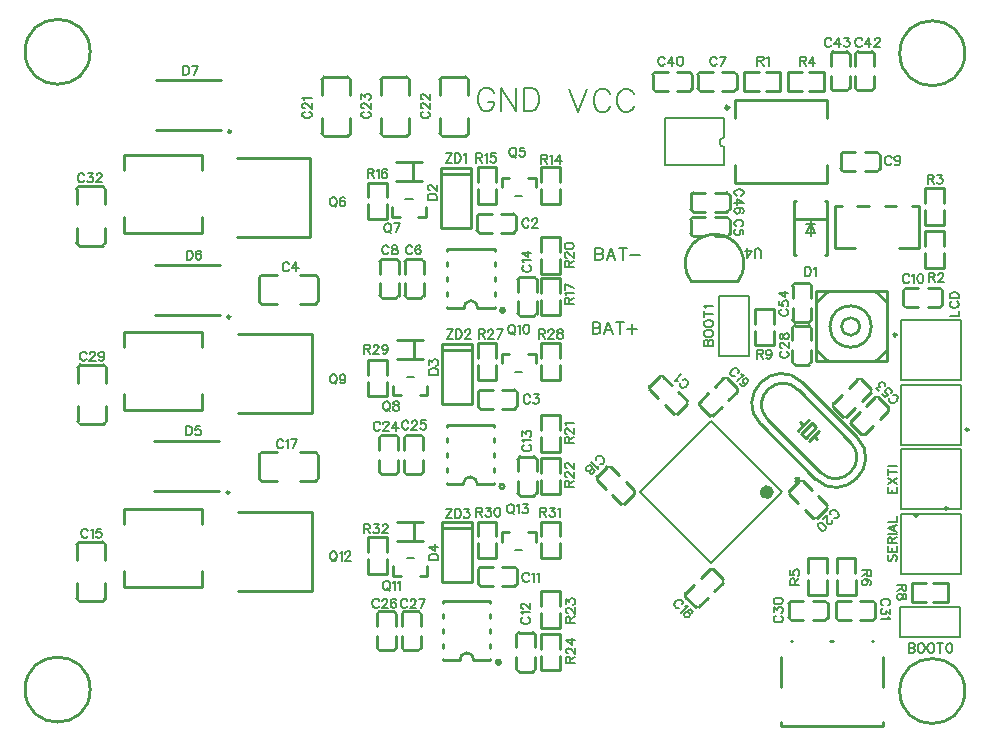
<source format=gto>
G04 Layer: TopSilkLayer*
G04 EasyEDA v6.3.39, 2020-04-30T23:39:24+05:30*
G04 1361d28c2fbe473eb46aea13557a18e3,781d2bfaae87481f995808756cab4c07,10*
G04 Gerber Generator version 0.2*
G04 Scale: 100 percent, Rotated: No, Reflected: No *
G04 Dimensions in inches *
G04 leading zeros omitted , absolute positions ,2 integer and 4 decimal *
%FSLAX24Y24*%
%MOIN*%
G90*
G70D02*

%ADD10C,0.010000*%
%ADD14C,0.023622*%
%ADD47C,0.005000*%
%ADD48C,0.008000*%
%ADD49C,0.007992*%
%ADD50C,0.007874*%
%ADD51C,0.005080*%
%ADD52C,0.011811*%
%ADD53C,0.006000*%

%LPD*%
G54D10*
G01X1889Y18000D02*
G01X2676Y18000D01*
G01X1810Y16622D02*
G01X1810Y16150D01*
G01X2755Y16622D02*
G01X2755Y16150D01*
G01X1810Y17410D02*
G01X1810Y17882D01*
G01X2755Y17410D02*
G01X2755Y17882D01*
G01X1889Y16032D02*
G01X2676Y16032D01*
G01X1810Y16111D02*
G01X1810Y16150D01*
G01X2755Y16111D02*
G01X2755Y16150D01*
G01X1810Y17922D02*
G01X1810Y17882D01*
G01X2755Y17922D02*
G01X2755Y17882D01*
G01X1928Y12056D02*
G01X2716Y12056D01*
G01X1850Y10678D02*
G01X1850Y10205D01*
G01X2795Y10678D02*
G01X2795Y10205D01*
G01X1850Y11465D02*
G01X1850Y11937D01*
G01X2795Y11465D02*
G01X2795Y11937D01*
G01X1928Y10087D02*
G01X2716Y10087D01*
G01X1850Y10166D02*
G01X1850Y10205D01*
G01X2795Y10166D02*
G01X2795Y10205D01*
G01X1850Y11977D02*
G01X1850Y11937D01*
G01X2795Y11977D02*
G01X2795Y11937D01*
G01X1889Y6150D02*
G01X2676Y6150D01*
G01X1810Y4772D02*
G01X1810Y4300D01*
G01X2755Y4772D02*
G01X2755Y4300D01*
G01X1810Y5559D02*
G01X1810Y6032D01*
G01X2755Y5559D02*
G01X2755Y6032D01*
G01X1889Y4182D02*
G01X2676Y4182D01*
G01X1810Y4260D02*
G01X1810Y4300D01*
G01X2755Y4260D02*
G01X2755Y4300D01*
G01X1810Y6071D02*
G01X1810Y6032D01*
G01X2755Y6071D02*
G01X2755Y6032D01*
G01X5983Y16465D02*
G01X3385Y16465D01*
G01X3385Y16984D01*
G01X3385Y18544D02*
G01X3385Y19063D01*
G01X5983Y19063D01*
G01X5983Y18544D01*
G01X5983Y16984D02*
G01X5983Y16465D01*
G01X5983Y10559D02*
G01X3385Y10559D01*
G01X3385Y11079D01*
G01X3385Y12639D02*
G01X3385Y13158D01*
G01X5983Y13158D01*
G01X5983Y12639D01*
G01X5983Y11079D02*
G01X5983Y10559D01*
G01X5983Y4654D02*
G01X3385Y4654D01*
G01X3385Y5173D01*
G01X3385Y6733D02*
G01X3385Y7252D01*
G01X5983Y7252D01*
G01X5983Y6733D01*
G01X5983Y5173D02*
G01X5983Y4654D01*
G01X4448Y19890D02*
G01X6613Y19890D01*
G01X6613Y21544D02*
G01X4448Y21544D01*
G01X4428Y13714D02*
G01X6593Y13714D01*
G01X6594Y15367D02*
G01X4428Y15367D01*
G01X4398Y7860D02*
G01X6564Y7860D01*
G01X6564Y9514D02*
G01X4398Y9514D01*
G54D48*
G01X29295Y9235D02*
G01X31295Y9235D01*
G01X31295Y7235D01*
G01X29295Y7235D01*
G01X29295Y9235D01*
G01X24220Y12353D02*
G01X23220Y12353D01*
G01X23220Y14353D01*
G01X24220Y14353D01*
G01X24220Y13603D01*
G54D49*
G01X24220Y12353D02*
G01X24220Y13603D01*
G54D48*
G01X29255Y2971D02*
G01X29255Y3971D01*
G01X31255Y3971D01*
G01X31255Y2971D01*
G01X30505Y2971D01*
G54D49*
G01X29255Y2971D02*
G01X30505Y2971D01*
G54D48*
G01X31295Y13559D02*
G01X31295Y11559D01*
G01X29295Y11559D01*
G01X29295Y13559D01*
G01X31295Y13559D01*
G01X29295Y9394D02*
G01X29295Y11394D01*
G01X31295Y11394D01*
G01X31295Y9394D01*
G01X29295Y9394D01*
G01X31295Y5069D02*
G01X29295Y5069D01*
G01X29295Y7069D01*
G01X31295Y7069D01*
G01X31295Y5069D01*
G54D10*
G01X26844Y12168D02*
G01X26450Y12562D01*
G01X26450Y14137D01*
G01X26844Y14531D01*
G01X28419Y14531D01*
G01X28812Y14137D01*
G01X28812Y12562D01*
G01X28419Y12168D01*
G01X26844Y12168D01*
G01X26450Y12168D02*
G01X26450Y14531D01*
G01X28812Y14531D01*
G01X28812Y12168D01*
G01X26450Y12168D01*
G01X20911Y11338D02*
G01X21245Y11672D01*
G01X21426Y10711D02*
G01X21704Y10433D01*
G01X21871Y11157D02*
G01X22149Y10878D01*
G01X21203Y10934D02*
G01X20924Y11212D01*
G01X21648Y11379D02*
G01X21370Y11658D01*
G01X21829Y10419D02*
G01X22163Y10753D01*
G01X21718Y10419D02*
G01X21704Y10433D01*
G01X22163Y10864D02*
G01X22149Y10878D01*
G01X20911Y11226D02*
G01X20924Y11212D01*
G01X21356Y11672D02*
G01X21370Y11658D01*
G01X23857Y14842D02*
G01X22298Y14842D01*
G01X26221Y12062D02*
G01X25749Y12062D01*
G01X26300Y12869D02*
G01X26300Y13263D01*
G01X25670Y12869D02*
G01X25670Y13263D01*
G01X26300Y12554D02*
G01X26300Y12161D01*
G01X25670Y12554D02*
G01X25670Y12161D01*
G01X26221Y13361D02*
G01X25749Y13361D01*
G01X26300Y13283D02*
G01X26300Y13263D01*
G01X25670Y13283D02*
G01X25670Y13263D01*
G01X26300Y12141D02*
G01X26300Y12161D01*
G01X25670Y12141D02*
G01X25670Y12161D01*
G01X28688Y24D02*
G01X25286Y24D01*
G01X25614Y2841D02*
G01X25658Y2841D01*
G01X26939Y2841D02*
G01X27037Y2841D01*
G01X28317Y2841D02*
G01X28361Y2841D01*
G01X28688Y2307D02*
G01X28688Y1304D01*
G01X28688Y137D02*
G01X28688Y24D01*
G01X25286Y24D02*
G01X25286Y137D01*
G01X25286Y1304D02*
G01X25286Y2307D01*
G01X17932Y16318D02*
G01X17302Y16318D01*
G01X17304Y15590D02*
G01X17304Y15098D01*
G01X17934Y15590D02*
G01X17934Y15098D01*
G01X17302Y15826D02*
G01X17302Y16318D01*
G01X17932Y15826D02*
G01X17932Y16318D01*
G01X17934Y15098D02*
G01X17304Y15098D01*
G01X17932Y10373D02*
G01X17302Y10373D01*
G01X17304Y9645D02*
G01X17304Y9153D01*
G01X17934Y9645D02*
G01X17934Y9153D01*
G01X17302Y9881D02*
G01X17302Y10373D01*
G01X17932Y9881D02*
G01X17932Y10373D01*
G01X17934Y9153D02*
G01X17304Y9153D01*
G01X17932Y4507D02*
G01X17302Y4507D01*
G01X17304Y3779D02*
G01X17304Y3287D01*
G01X17934Y3779D02*
G01X17934Y3287D01*
G01X17302Y4015D02*
G01X17302Y4507D01*
G01X17932Y4015D02*
G01X17932Y4507D01*
G01X17934Y3287D02*
G01X17304Y3287D01*
G01X17302Y7736D02*
G01X17932Y7736D01*
G01X17930Y8464D02*
G01X17930Y8956D01*
G01X17300Y8464D02*
G01X17300Y8956D01*
G01X17932Y8228D02*
G01X17932Y7736D01*
G01X17302Y8228D02*
G01X17302Y7736D01*
G01X17300Y8956D02*
G01X17930Y8956D01*
G01X17302Y1870D02*
G01X17932Y1870D01*
G01X17930Y2598D02*
G01X17930Y3090D01*
G01X17300Y2598D02*
G01X17300Y3090D01*
G01X17932Y2362D02*
G01X17932Y1870D01*
G01X17302Y2362D02*
G01X17302Y1870D01*
G01X17300Y3090D02*
G01X17930Y3090D01*
G01X11998Y15581D02*
G01X12470Y15581D01*
G01X11919Y14774D02*
G01X11919Y14380D01*
G01X12549Y14774D02*
G01X12549Y14380D01*
G01X11919Y15089D02*
G01X11919Y15483D01*
G01X12549Y15089D02*
G01X12549Y15483D01*
G01X11998Y14282D02*
G01X12470Y14282D01*
G01X11919Y14361D02*
G01X11919Y14380D01*
G01X12549Y14361D02*
G01X12549Y14380D01*
G01X11919Y15502D02*
G01X11919Y15483D01*
G01X12549Y15502D02*
G01X12549Y15483D01*
G01X11987Y9704D02*
G01X12459Y9704D01*
G01X11908Y8897D02*
G01X11908Y8503D01*
G01X12538Y8897D02*
G01X12538Y8503D01*
G01X11908Y9212D02*
G01X11908Y9606D01*
G01X12538Y9212D02*
G01X12538Y9606D01*
G01X11987Y8405D02*
G01X12459Y8405D01*
G01X11908Y8484D02*
G01X11908Y8503D01*
G01X12538Y8484D02*
G01X12538Y8503D01*
G01X11908Y9625D02*
G01X11908Y9606D01*
G01X12538Y9625D02*
G01X12538Y9606D01*
G01X11908Y3838D02*
G01X12381Y3838D01*
G01X11830Y3031D02*
G01X11830Y2637D01*
G01X12459Y3031D02*
G01X12459Y2637D01*
G01X11830Y3346D02*
G01X11830Y3740D01*
G01X12459Y3346D02*
G01X12459Y3740D01*
G01X11908Y2539D02*
G01X12381Y2539D01*
G01X11830Y2618D02*
G01X11830Y2637D01*
G01X12459Y2618D02*
G01X12459Y2637D01*
G01X11830Y3759D02*
G01X11830Y3740D01*
G01X12459Y3759D02*
G01X12459Y3740D01*
G01X12814Y9704D02*
G01X13286Y9704D01*
G01X12735Y8897D02*
G01X12735Y8503D01*
G01X13365Y8897D02*
G01X13365Y8503D01*
G01X12735Y9212D02*
G01X12735Y9606D01*
G01X13365Y9212D02*
G01X13365Y9606D01*
G01X12814Y8405D02*
G01X13286Y8405D01*
G01X12735Y8484D02*
G01X12735Y8503D01*
G01X13365Y8484D02*
G01X13365Y8503D01*
G01X12735Y9625D02*
G01X12735Y9606D01*
G01X13365Y9625D02*
G01X13365Y9606D01*
G01X12735Y3838D02*
G01X13207Y3838D01*
G01X12656Y3031D02*
G01X12656Y2637D01*
G01X13286Y3031D02*
G01X13286Y2637D01*
G01X12656Y3346D02*
G01X12656Y3740D01*
G01X13286Y3346D02*
G01X13286Y3740D01*
G01X12735Y2539D02*
G01X13207Y2539D01*
G01X12656Y2618D02*
G01X12656Y2637D01*
G01X13286Y2618D02*
G01X13286Y2637D01*
G01X12656Y3759D02*
G01X12656Y3740D01*
G01X13286Y3759D02*
G01X13286Y3740D01*
G01X15747Y13937D02*
G01X15747Y13993D01*
G01X15747Y14348D02*
G01X15747Y14493D01*
G01X14172Y13937D02*
G01X14172Y13993D01*
G01X14172Y14348D02*
G01X14172Y14493D01*
G01X14172Y14848D02*
G01X14172Y14993D01*
G01X14172Y15348D02*
G01X14172Y15493D01*
G01X15188Y13937D02*
G01X15747Y13937D01*
G01X15747Y14848D02*
G01X15747Y14993D01*
G01X15747Y15348D02*
G01X15747Y15493D01*
G01X15747Y15848D02*
G01X15747Y15905D01*
G01X14172Y13937D02*
G01X14723Y13937D01*
G01X14172Y15905D02*
G01X15747Y15905D01*
G01X14172Y15848D02*
G01X14172Y15905D01*
G01X15727Y8070D02*
G01X15727Y8127D01*
G01X15727Y8482D02*
G01X15727Y8627D01*
G01X14152Y8070D02*
G01X14152Y8127D01*
G01X14152Y8482D02*
G01X14152Y8627D01*
G01X14152Y8982D02*
G01X14152Y9127D01*
G01X14152Y9482D02*
G01X14152Y9627D01*
G01X15168Y8070D02*
G01X15727Y8070D01*
G01X15727Y8982D02*
G01X15727Y9127D01*
G01X15727Y9482D02*
G01X15727Y9627D01*
G01X15727Y9982D02*
G01X15727Y10039D01*
G01X14152Y8070D02*
G01X14704Y8070D01*
G01X14152Y10039D02*
G01X15727Y10039D01*
G01X14152Y9982D02*
G01X14152Y10039D01*
G01X15609Y2204D02*
G01X15609Y2261D01*
G01X15609Y2616D02*
G01X15609Y2761D01*
G01X14034Y2204D02*
G01X14034Y2261D01*
G01X14034Y2616D02*
G01X14034Y2761D01*
G01X14034Y3116D02*
G01X14034Y3261D01*
G01X14034Y3616D02*
G01X14034Y3761D01*
G01X15050Y2204D02*
G01X15609Y2204D01*
G01X15609Y3116D02*
G01X15609Y3261D01*
G01X15609Y3616D02*
G01X15609Y3761D01*
G01X15609Y4116D02*
G01X15609Y4173D01*
G01X14034Y2204D02*
G01X14585Y2204D01*
G01X14034Y4173D02*
G01X15609Y4173D01*
G01X14034Y4116D02*
G01X14034Y4173D01*
G01X22322Y21732D02*
G01X22322Y21259D01*
G01X21515Y21810D02*
G01X21121Y21810D01*
G01X21515Y21181D02*
G01X21121Y21181D01*
G01X21830Y21810D02*
G01X22223Y21810D01*
G01X21830Y21181D02*
G01X22223Y21181D01*
G01X21022Y21732D02*
G01X21022Y21259D01*
G01X21101Y21810D02*
G01X21121Y21810D01*
G01X21101Y21181D02*
G01X21121Y21181D01*
G01X22243Y21810D02*
G01X22223Y21810D01*
G01X22243Y21181D02*
G01X22223Y21181D01*
G01X27853Y22499D02*
G01X28326Y22499D01*
G01X27774Y21692D02*
G01X27774Y21299D01*
G01X28404Y21692D02*
G01X28404Y21299D01*
G01X27774Y22007D02*
G01X27774Y22401D01*
G01X28404Y22007D02*
G01X28404Y22401D01*
G01X27853Y21200D02*
G01X28326Y21200D01*
G01X27774Y21279D02*
G01X27774Y21299D01*
G01X28404Y21279D02*
G01X28404Y21299D01*
G01X27774Y22421D02*
G01X27774Y22401D01*
G01X28404Y22421D02*
G01X28404Y22401D01*
G01X23582Y17716D02*
G01X23582Y17244D01*
G01X22774Y17795D02*
G01X22381Y17795D01*
G01X22774Y17165D02*
G01X22381Y17165D01*
G01X23089Y17795D02*
G01X23483Y17795D01*
G01X23089Y17165D02*
G01X23483Y17165D01*
G01X22282Y17716D02*
G01X22282Y17244D01*
G01X22361Y17795D02*
G01X22381Y17795D01*
G01X22361Y17165D02*
G01X22381Y17165D01*
G01X23503Y17795D02*
G01X23483Y17795D01*
G01X23503Y17165D02*
G01X23483Y17165D01*
G01X24054Y21810D02*
G01X24054Y21181D01*
G01X24783Y21183D02*
G01X25275Y21183D01*
G01X24783Y21812D02*
G01X25275Y21812D01*
G01X24546Y21181D02*
G01X24054Y21181D01*
G01X24546Y21810D02*
G01X24054Y21810D01*
G01X25275Y21812D02*
G01X25275Y21183D01*
G01X25511Y21810D02*
G01X25511Y21181D01*
G01X26239Y21183D02*
G01X26731Y21183D01*
G01X26239Y21812D02*
G01X26731Y21812D01*
G01X26003Y21181D02*
G01X25511Y21181D01*
G01X26003Y21810D02*
G01X25511Y21810D01*
G01X26731Y21812D02*
G01X26731Y21183D01*
G01X29881Y15944D02*
G01X29881Y17362D01*
G01X27085Y15944D02*
G01X27085Y17362D01*
G01X27085Y15944D02*
G01X27749Y15944D01*
G01X29218Y15944D02*
G01X29881Y15944D01*
G01X27085Y17362D02*
G01X27316Y17362D01*
G01X27840Y17362D02*
G01X28221Y17362D01*
G01X28745Y17362D02*
G01X29127Y17362D01*
G01X29651Y17362D02*
G01X29881Y17362D01*
G01X29369Y14055D02*
G01X29369Y14527D01*
G01X30176Y13976D02*
G01X30570Y13976D01*
G01X30176Y14606D02*
G01X30570Y14606D01*
G01X29861Y13976D02*
G01X29467Y13976D01*
G01X29861Y14606D02*
G01X29467Y14606D01*
G01X30668Y14055D02*
G01X30668Y14527D01*
G01X30589Y13976D02*
G01X30570Y13976D01*
G01X30589Y14606D02*
G01X30570Y14606D01*
G01X29448Y13976D02*
G01X29467Y13976D01*
G01X29448Y14606D02*
G01X29467Y14606D01*
G01X30727Y16515D02*
G01X30097Y16515D01*
G01X30099Y15787D02*
G01X30099Y15294D01*
G01X30729Y15787D02*
G01X30729Y15294D01*
G01X30097Y16023D02*
G01X30097Y16515D01*
G01X30727Y16023D02*
G01X30727Y16515D01*
G01X30729Y15294D02*
G01X30099Y15294D01*
G01X30097Y16712D02*
G01X30727Y16712D01*
G01X30725Y17441D02*
G01X30725Y17933D01*
G01X30095Y17441D02*
G01X30095Y17933D01*
G01X30727Y17204D02*
G01X30727Y16712D01*
G01X30097Y17204D02*
G01X30097Y16712D01*
G01X30095Y17933D02*
G01X30725Y17933D01*
G01X14782Y19684D02*
G01X13995Y19684D01*
G01X14861Y21062D02*
G01X14861Y21535D01*
G01X13916Y21062D02*
G01X13916Y21535D01*
G01X14861Y20275D02*
G01X14861Y19803D01*
G01X13916Y20275D02*
G01X13916Y19803D01*
G01X14782Y21653D02*
G01X13995Y21653D01*
G01X14861Y21574D02*
G01X14861Y21535D01*
G01X13916Y21574D02*
G01X13916Y21535D01*
G01X14861Y19763D02*
G01X14861Y19803D01*
G01X13916Y19763D02*
G01X13916Y19803D01*
G01X12814Y19684D02*
G01X12026Y19684D01*
G01X12893Y21062D02*
G01X12893Y21535D01*
G01X11948Y21062D02*
G01X11948Y21535D01*
G01X12893Y20275D02*
G01X12893Y19803D01*
G01X11948Y20275D02*
G01X11948Y19803D01*
G01X12814Y21653D02*
G01X12026Y21653D01*
G01X12893Y21574D02*
G01X12893Y21535D01*
G01X11948Y21574D02*
G01X11948Y21535D01*
G01X12893Y19763D02*
G01X12893Y19803D01*
G01X11948Y19763D02*
G01X11948Y19803D01*
G01X9861Y14960D02*
G01X9861Y14173D01*
G01X8483Y15039D02*
G01X8011Y15039D01*
G01X8483Y14094D02*
G01X8011Y14094D01*
G01X9271Y15039D02*
G01X9743Y15039D01*
G01X9271Y14094D02*
G01X9743Y14094D01*
G01X7893Y14960D02*
G01X7893Y14173D01*
G01X7971Y15039D02*
G01X8011Y15039D01*
G01X7971Y14094D02*
G01X8011Y14094D01*
G01X9782Y15039D02*
G01X9743Y15039D01*
G01X9782Y14094D02*
G01X9743Y14094D01*
G01X9861Y9055D02*
G01X9861Y8267D01*
G01X8483Y9133D02*
G01X8011Y9133D01*
G01X8483Y8188D02*
G01X8011Y8188D01*
G01X9271Y9133D02*
G01X9743Y9133D01*
G01X9271Y8188D02*
G01X9743Y8188D01*
G01X7893Y9055D02*
G01X7893Y8267D01*
G01X7971Y9133D02*
G01X8011Y9133D01*
G01X7971Y8188D02*
G01X8011Y8188D01*
G01X9782Y9133D02*
G01X9743Y9133D01*
G01X9782Y8188D02*
G01X9743Y8188D01*
G01X10845Y19684D02*
G01X10058Y19684D01*
G01X10924Y21062D02*
G01X10924Y21535D01*
G01X9979Y21062D02*
G01X9979Y21535D01*
G01X10924Y20275D02*
G01X10924Y19803D01*
G01X9979Y20275D02*
G01X9979Y19803D01*
G01X10845Y21653D02*
G01X10058Y21653D01*
G01X10924Y21574D02*
G01X10924Y21535D01*
G01X9979Y21574D02*
G01X9979Y21535D01*
G01X10924Y19763D02*
G01X10924Y19803D01*
G01X9979Y19763D02*
G01X9979Y19803D01*
G01X22443Y3986D02*
G01X22109Y4320D01*
G01X23069Y4501D02*
G01X23348Y4779D01*
G01X22624Y4946D02*
G01X22902Y5225D01*
G01X22846Y4278D02*
G01X22568Y4000D01*
G01X22401Y4724D02*
G01X22123Y4445D01*
G01X23362Y4905D02*
G01X23027Y5239D01*
G01X23362Y4793D02*
G01X23348Y4779D01*
G01X22916Y5239D02*
G01X22902Y5225D01*
G01X22554Y3986D02*
G01X22568Y4000D01*
G01X22109Y4431D02*
G01X22123Y4445D01*
G01X19156Y8330D02*
G01X19490Y8664D01*
G01X19671Y7703D02*
G01X19949Y7425D01*
G01X20116Y8149D02*
G01X20395Y7870D01*
G01X19448Y7926D02*
G01X19170Y8204D01*
G01X19894Y8372D02*
G01X19615Y8650D01*
G01X20075Y7411D02*
G01X20409Y7745D01*
G01X19963Y7411D02*
G01X19949Y7425D01*
G01X20409Y7856D02*
G01X20395Y7870D01*
G01X19156Y8218D02*
G01X19170Y8204D01*
G01X19601Y8664D02*
G01X19615Y8650D01*
G01X23500Y11617D02*
G01X23834Y11282D01*
G01X22873Y11102D02*
G01X22595Y10823D01*
G01X23319Y10656D02*
G01X23041Y10378D01*
G01X23096Y11324D02*
G01X23375Y11603D01*
G01X23542Y10879D02*
G01X23820Y11157D01*
G01X22581Y10698D02*
G01X22915Y10364D01*
G01X22581Y10809D02*
G01X22595Y10823D01*
G01X23027Y10364D02*
G01X23041Y10378D01*
G01X23389Y11617D02*
G01X23375Y11603D01*
G01X23834Y11171D02*
G01X23820Y11157D01*
G01X26826Y7273D02*
G01X26492Y6939D01*
G01X26311Y7899D02*
G01X26033Y8177D01*
G01X25866Y7454D02*
G01X25587Y7732D01*
G01X26534Y7676D02*
G01X26812Y7398D01*
G01X26088Y7231D02*
G01X26367Y6953D01*
G01X25907Y8191D02*
G01X25573Y7857D01*
G01X26019Y8191D02*
G01X26033Y8177D01*
G01X25573Y7746D02*
G01X25587Y7732D01*
G01X26826Y7384D02*
G01X26812Y7398D01*
G01X26381Y6939D02*
G01X26367Y6953D01*
G01X17302Y13720D02*
G01X17932Y13720D01*
G01X17930Y14449D02*
G01X17930Y14941D01*
G01X17300Y14449D02*
G01X17300Y14941D01*
G01X17932Y14212D02*
G01X17932Y13720D01*
G01X17302Y14212D02*
G01X17302Y13720D01*
G01X17300Y14941D02*
G01X17930Y14941D01*
G01X26830Y5616D02*
G01X26200Y5616D01*
G01X26202Y4888D02*
G01X26202Y4395D01*
G01X26832Y4888D02*
G01X26832Y4395D01*
G01X26200Y5124D02*
G01X26200Y5616D01*
G01X26830Y5124D02*
G01X26830Y5616D01*
G01X26832Y4395D02*
G01X26202Y4395D01*
G01X27775Y5616D02*
G01X27145Y5616D01*
G01X27147Y4888D02*
G01X27147Y4395D01*
G01X27777Y4888D02*
G01X27777Y4395D01*
G01X27145Y5124D02*
G01X27145Y5616D01*
G01X27775Y5124D02*
G01X27775Y5616D01*
G01X27777Y4395D02*
G01X27147Y4395D01*
G01X24428Y12703D02*
G01X25058Y12703D01*
G01X25056Y13431D02*
G01X25056Y13923D01*
G01X24426Y13431D02*
G01X24426Y13923D01*
G01X25058Y13195D02*
G01X25058Y12703D01*
G01X24428Y13195D02*
G01X24428Y12703D01*
G01X24426Y13923D02*
G01X25056Y13923D01*
G01X29645Y4770D02*
G01X29645Y4140D01*
G01X30373Y4142D02*
G01X30865Y4142D01*
G01X30373Y4772D02*
G01X30865Y4772D01*
G01X30137Y4140D02*
G01X29645Y4140D01*
G01X30137Y4770D02*
G01X29645Y4770D01*
G01X30865Y4772D02*
G01X30865Y4142D01*
G01X13467Y17309D02*
G01X13467Y16988D01*
G01X13208Y16988D01*
G01X12578Y16988D02*
G01X12318Y16988D01*
G01X12578Y16988D01*
G01X12318Y16988D01*
G01X12318Y17309D01*
G54D50*
G01X13011Y17598D02*
G01X12774Y17598D01*
G54D10*
G01X13507Y11364D02*
G01X13507Y11043D01*
G01X13247Y11043D01*
G01X12617Y11043D02*
G01X12357Y11043D01*
G01X12617Y11043D01*
G01X12357Y11043D01*
G01X12357Y11364D01*
G54D50*
G01X13050Y11653D02*
G01X12814Y11653D01*
G54D10*
G01X13507Y5340D02*
G01X13507Y5019D01*
G01X13247Y5019D01*
G01X12617Y5019D02*
G01X12357Y5019D01*
G01X12617Y5019D01*
G01X12357Y5019D01*
G01X12357Y5340D01*
G54D50*
G01X13050Y5629D02*
G01X12814Y5629D01*
G54D47*
G01X26278Y16764D02*
G01X26128Y16764D01*
G01X26128Y16464D02*
G01X26278Y16764D01*
G01X26278Y16464D02*
G01X26128Y16464D01*
G01X26278Y16764D02*
G01X26428Y16764D01*
G01X26428Y16464D02*
G01X26278Y16764D01*
G01X26278Y16464D02*
G01X26428Y16464D01*
G01X26278Y16364D02*
G01X26278Y16864D01*
G54D10*
G01X25728Y16913D02*
G01X26830Y16913D01*
G01X26830Y17519D02*
G01X26830Y15708D01*
G01X25727Y17519D02*
G01X25727Y15708D01*
G01X26830Y17519D02*
G01X26763Y17519D01*
G01X25794Y17519D02*
G01X25727Y17519D01*
G01X26830Y15708D02*
G01X26763Y15708D01*
G01X25794Y15708D02*
G01X25727Y15708D01*
G01X26830Y18110D02*
G01X23759Y18110D01*
G01X26830Y20866D02*
G01X23759Y20866D01*
G01X26830Y20866D02*
G01X26830Y20268D01*
G01X26830Y18708D02*
G01X26830Y18110D01*
G01X23759Y18110D02*
G01X23759Y18708D01*
G01X23759Y20268D02*
G01X23759Y20866D01*
G01X17302Y17421D02*
G01X17932Y17421D01*
G01X17930Y18149D02*
G01X17930Y18641D01*
G01X17300Y18149D02*
G01X17300Y18641D01*
G01X17932Y17913D02*
G01X17932Y17421D01*
G01X17302Y17913D02*
G01X17302Y17421D01*
G01X17300Y18641D02*
G01X17930Y18641D01*
G01X15806Y18641D02*
G01X15176Y18641D01*
G01X15178Y17913D02*
G01X15178Y17420D01*
G01X15808Y17913D02*
G01X15808Y17420D01*
G01X15176Y18149D02*
G01X15176Y18641D01*
G01X15806Y18149D02*
G01X15806Y18641D01*
G01X15808Y17420D02*
G01X15178Y17420D01*
G01X15806Y12775D02*
G01X15176Y12775D01*
G01X15178Y12046D02*
G01X15178Y11554D01*
G01X15808Y12046D02*
G01X15808Y11554D01*
G01X15176Y12283D02*
G01X15176Y12775D01*
G01X15806Y12283D02*
G01X15806Y12775D01*
G01X15808Y11554D02*
G01X15178Y11554D01*
G01X17302Y11555D02*
G01X17932Y11555D01*
G01X17930Y12283D02*
G01X17930Y12775D01*
G01X17300Y12283D02*
G01X17300Y12775D01*
G01X17932Y12047D02*
G01X17932Y11555D01*
G01X17302Y12047D02*
G01X17302Y11555D01*
G01X17300Y12775D02*
G01X17930Y12775D01*
G01X15806Y6830D02*
G01X15176Y6830D01*
G01X15178Y6102D02*
G01X15178Y5609D01*
G01X15808Y6102D02*
G01X15808Y5609D01*
G01X15176Y6338D02*
G01X15176Y6830D01*
G01X15806Y6338D02*
G01X15806Y6830D01*
G01X15808Y5609D02*
G01X15178Y5609D01*
G01X17302Y5610D02*
G01X17932Y5610D01*
G01X17930Y6338D02*
G01X17930Y6830D01*
G01X17300Y6338D02*
G01X17300Y6830D01*
G01X17932Y6102D02*
G01X17932Y5610D01*
G01X17302Y6102D02*
G01X17302Y5610D01*
G01X17300Y6830D02*
G01X17930Y6830D01*
G54D51*
G01X21436Y18700D02*
G01X21436Y20275D01*
G01X23404Y18700D02*
G01X21436Y18700D01*
G01X23404Y20275D02*
G01X21436Y20275D01*
G01X23404Y18700D02*
G01X23404Y19310D01*
G01X23404Y20275D02*
G01X23404Y19635D01*
G54D10*
G01X15156Y16535D02*
G01X15156Y17007D01*
G01X15963Y16456D02*
G01X16357Y16456D01*
G01X15963Y17086D02*
G01X16357Y17086D01*
G01X15648Y16456D02*
G01X15255Y16456D01*
G01X15648Y17086D02*
G01X15255Y17086D01*
G01X16456Y16535D02*
G01X16456Y17007D01*
G01X16377Y16456D02*
G01X16357Y16456D01*
G01X16377Y17086D02*
G01X16357Y17086D01*
G01X15235Y16456D02*
G01X15255Y16456D01*
G01X15235Y17086D02*
G01X15255Y17086D01*
G01X15196Y10669D02*
G01X15196Y11141D01*
G01X16003Y10590D02*
G01X16396Y10590D01*
G01X16003Y11220D02*
G01X16396Y11220D01*
G01X15688Y10590D02*
G01X15294Y10590D01*
G01X15688Y11220D02*
G01X15294Y11220D01*
G01X16495Y10669D02*
G01X16495Y11141D01*
G01X16416Y10590D02*
G01X16396Y10590D01*
G01X16416Y11220D02*
G01X16396Y11220D01*
G01X15274Y10590D02*
G01X15294Y10590D01*
G01X15274Y11220D02*
G01X15294Y11220D01*
G01X15196Y4763D02*
G01X15196Y5236D01*
G01X16003Y4685D02*
G01X16396Y4685D01*
G01X16003Y5314D02*
G01X16396Y5314D01*
G01X15688Y4685D02*
G01X15294Y4685D01*
G01X15688Y5314D02*
G01X15294Y5314D01*
G01X16495Y4763D02*
G01X16495Y5236D01*
G01X16416Y4685D02*
G01X16396Y4685D01*
G01X16416Y5314D02*
G01X16396Y5314D01*
G01X15274Y4685D02*
G01X15294Y4685D01*
G01X15274Y5314D02*
G01X15294Y5314D01*
G01X13326Y18188D02*
G01X12459Y18188D01*
G01X13326Y18818D02*
G01X12459Y18818D01*
G01X13031Y18188D02*
G01X13031Y18818D01*
G01X13365Y12244D02*
G01X12499Y12244D01*
G01X13365Y12873D02*
G01X12499Y12873D01*
G01X13070Y12244D02*
G01X13070Y12873D01*
G01X13365Y6181D02*
G01X12499Y6181D01*
G01X13365Y6811D02*
G01X12499Y6811D01*
G01X13070Y6181D02*
G01X13070Y6811D01*
G01X27282Y18582D02*
G01X27282Y19055D01*
G01X28089Y18503D02*
G01X28483Y18503D01*
G01X28089Y19133D02*
G01X28483Y19133D01*
G01X27774Y18503D02*
G01X27381Y18503D01*
G01X27774Y19133D02*
G01X27381Y19133D01*
G01X28582Y18582D02*
G01X28582Y19055D01*
G01X28503Y18503D02*
G01X28483Y18503D01*
G01X28503Y19133D02*
G01X28483Y19133D01*
G01X27361Y18503D02*
G01X27381Y18503D01*
G01X27361Y19133D02*
G01X27381Y19133D01*
G01X26849Y4100D02*
G01X26849Y3628D01*
G01X26042Y4179D02*
G01X25649Y4179D01*
G01X26042Y3549D02*
G01X25649Y3549D01*
G01X26357Y4179D02*
G01X26751Y4179D01*
G01X26357Y3549D02*
G01X26751Y3549D01*
G01X25550Y4100D02*
G01X25550Y3628D01*
G01X25629Y4179D02*
G01X25649Y4179D01*
G01X25629Y3549D02*
G01X25649Y3549D01*
G01X26771Y4179D02*
G01X26751Y4179D01*
G01X26771Y3549D02*
G01X26751Y3549D01*
G01X27125Y3628D02*
G01X27125Y4100D01*
G01X27932Y3549D02*
G01X28326Y3549D01*
G01X27932Y4179D02*
G01X28326Y4179D01*
G01X27617Y3549D02*
G01X27223Y3549D01*
G01X27617Y4179D02*
G01X27223Y4179D01*
G01X28424Y3628D02*
G01X28424Y4100D01*
G01X28345Y3549D02*
G01X28326Y3549D01*
G01X28345Y4179D02*
G01X28326Y4179D01*
G01X27204Y3549D02*
G01X27223Y3549D01*
G01X27204Y4179D02*
G01X27223Y4179D01*
G01X22519Y21259D02*
G01X22519Y21732D01*
G01X23326Y21181D02*
G01X23719Y21181D01*
G01X23326Y21810D02*
G01X23719Y21810D01*
G01X23011Y21181D02*
G01X22617Y21181D01*
G01X23011Y21810D02*
G01X22617Y21810D01*
G01X23818Y21259D02*
G01X23818Y21732D01*
G01X23739Y21181D02*
G01X23719Y21181D01*
G01X23739Y21810D02*
G01X23719Y21810D01*
G01X22597Y21181D02*
G01X22617Y21181D01*
G01X22597Y21810D02*
G01X22617Y21810D01*
G01X27026Y22499D02*
G01X27499Y22499D01*
G01X26948Y21692D02*
G01X26948Y21299D01*
G01X27578Y21692D02*
G01X27578Y21299D01*
G01X26948Y22007D02*
G01X26948Y22401D01*
G01X27578Y22007D02*
G01X27578Y22401D01*
G01X27026Y21200D02*
G01X27499Y21200D01*
G01X26948Y21279D02*
G01X26948Y21299D01*
G01X27578Y21279D02*
G01X27578Y21299D01*
G01X26948Y22421D02*
G01X26948Y22401D01*
G01X27578Y22421D02*
G01X27578Y22401D01*
G01X27949Y11577D02*
G01X28283Y11243D01*
G01X27322Y11062D02*
G01X27044Y10784D01*
G01X27768Y10617D02*
G01X27489Y10338D01*
G01X27545Y11285D02*
G01X27823Y11563D01*
G01X27990Y10839D02*
G01X28269Y11118D01*
G01X27030Y10658D02*
G01X27364Y10324D01*
G01X27030Y10770D02*
G01X27044Y10784D01*
G01X27475Y10324D02*
G01X27489Y10338D01*
G01X27837Y11577D02*
G01X27823Y11563D01*
G01X28283Y11132D02*
G01X28269Y11118D01*
G01X27955Y9734D02*
G01X27621Y10068D01*
G01X28581Y10249D02*
G01X28859Y10527D01*
G01X28136Y10694D02*
G01X28414Y10973D01*
G01X28358Y10026D02*
G01X28080Y9748D01*
G01X27913Y10472D02*
G01X27634Y10193D01*
G01X28873Y10653D02*
G01X28539Y10987D01*
G01X28873Y10541D02*
G01X28859Y10527D01*
G01X28428Y10987D02*
G01X28414Y10973D01*
G01X28066Y9734D02*
G01X28080Y9748D01*
G01X27621Y10179D02*
G01X27634Y10193D01*
G01X23582Y16889D02*
G01X23582Y16417D01*
G01X22774Y16968D02*
G01X22381Y16968D01*
G01X22774Y16338D02*
G01X22381Y16338D01*
G01X23089Y16968D02*
G01X23483Y16968D01*
G01X23089Y16338D02*
G01X23483Y16338D01*
G01X22282Y16889D02*
G01X22282Y16417D01*
G01X22361Y16968D02*
G01X22381Y16968D01*
G01X22361Y16338D02*
G01X22381Y16338D01*
G01X23503Y16968D02*
G01X23483Y16968D01*
G01X23503Y16338D02*
G01X23483Y16338D01*
G01X12825Y15581D02*
G01X13297Y15581D01*
G01X12746Y14774D02*
G01X12746Y14380D01*
G01X13376Y14774D02*
G01X13376Y14380D01*
G01X12746Y15089D02*
G01X12746Y15483D01*
G01X13376Y15089D02*
G01X13376Y15483D01*
G01X12825Y14282D02*
G01X13297Y14282D01*
G01X12746Y14361D02*
G01X12746Y14380D01*
G01X13376Y14361D02*
G01X13376Y14380D01*
G01X12746Y15502D02*
G01X12746Y15483D01*
G01X13376Y15502D02*
G01X13376Y15483D01*
G01X17026Y1830D02*
G01X16554Y1830D01*
G01X17105Y2637D02*
G01X17105Y3031D01*
G01X16475Y2637D02*
G01X16475Y3031D01*
G01X17105Y2322D02*
G01X17105Y1929D01*
G01X16475Y2322D02*
G01X16475Y1929D01*
G01X17026Y3129D02*
G01X16554Y3129D01*
G01X17105Y3051D02*
G01X17105Y3031D01*
G01X16475Y3051D02*
G01X16475Y3031D01*
G01X17105Y1909D02*
G01X17105Y1929D01*
G01X16475Y1909D02*
G01X16475Y1929D01*
G01X17066Y7696D02*
G01X16593Y7696D01*
G01X17144Y8503D02*
G01X17144Y8897D01*
G01X16515Y8503D02*
G01X16515Y8897D01*
G01X17144Y8188D02*
G01X17144Y7795D01*
G01X16515Y8188D02*
G01X16515Y7795D01*
G01X17066Y8996D02*
G01X16593Y8996D01*
G01X17144Y8917D02*
G01X17144Y8897D01*
G01X16515Y8917D02*
G01X16515Y8897D01*
G01X17144Y7775D02*
G01X17144Y7795D01*
G01X16515Y7775D02*
G01X16515Y7795D01*
G01X17066Y13681D02*
G01X16593Y13681D01*
G01X17144Y14488D02*
G01X17144Y14881D01*
G01X16515Y14488D02*
G01X16515Y14881D01*
G01X17144Y14173D02*
G01X17144Y13779D01*
G01X16515Y14173D02*
G01X16515Y13779D01*
G01X17066Y14980D02*
G01X16593Y14980D01*
G01X17144Y14901D02*
G01X17144Y14881D01*
G01X16515Y14901D02*
G01X16515Y14881D01*
G01X17144Y13759D02*
G01X17144Y13779D01*
G01X16515Y13759D02*
G01X16515Y13779D01*
G01X15979Y17966D02*
G01X15979Y18287D01*
G01X16239Y18287D01*
G01X16869Y18287D02*
G01X17129Y18287D01*
G01X16869Y18287D01*
G01X17129Y18287D01*
G01X17129Y17966D01*
G54D50*
G01X16436Y17677D02*
G01X16672Y17677D01*
G54D10*
G01X15979Y12100D02*
G01X15979Y12421D01*
G01X16239Y12421D01*
G01X16869Y12421D02*
G01X17129Y12421D01*
G01X16869Y12421D01*
G01X17129Y12421D01*
G01X17129Y12100D01*
G54D50*
G01X16436Y11811D02*
G01X16672Y11811D01*
G54D10*
G01X15979Y6155D02*
G01X15979Y6476D01*
G01X16239Y6476D01*
G01X16869Y6476D02*
G01X17129Y6476D01*
G01X16869Y6476D01*
G01X17129Y6476D01*
G01X17129Y6155D01*
G54D50*
G01X16436Y5866D02*
G01X16672Y5866D01*
G54D10*
G01X11515Y16909D02*
G01X12145Y16909D01*
G01X12143Y17638D02*
G01X12143Y18130D01*
G01X11513Y17638D02*
G01X11513Y18130D01*
G01X12145Y17401D02*
G01X12145Y16909D01*
G01X11515Y17401D02*
G01X11515Y16909D01*
G01X11513Y18130D02*
G01X12143Y18130D01*
G01X11515Y11003D02*
G01X12145Y11003D01*
G01X12143Y11732D02*
G01X12143Y12224D01*
G01X11513Y11732D02*
G01X11513Y12224D01*
G01X12145Y11496D02*
G01X12145Y11003D01*
G01X11515Y11496D02*
G01X11515Y11003D01*
G01X11513Y12224D02*
G01X12143Y12224D01*
G01X11515Y5098D02*
G01X12145Y5098D01*
G01X12143Y5826D02*
G01X12143Y6319D01*
G01X11513Y5826D02*
G01X11513Y6319D01*
G01X12145Y5590D02*
G01X12145Y5098D01*
G01X11515Y5590D02*
G01X11515Y5098D01*
G01X11513Y6319D02*
G01X12143Y6319D01*
G01X13967Y16625D02*
G01X13967Y18625D01*
G01X14967Y18625D01*
G01X14967Y16625D01*
G01X13967Y16625D01*
G01X13967Y18425D02*
G01X14967Y18425D01*
G01X9608Y18957D02*
G01X9608Y16317D01*
G01X7158Y18957D02*
G01X9608Y18957D01*
G01X9608Y16317D02*
G01X7158Y16317D01*
G01X9647Y13091D02*
G01X9647Y10451D01*
G01X7197Y13091D02*
G01X9647Y13091D01*
G01X9647Y10451D02*
G01X7197Y10451D01*
G01X9647Y7146D02*
G01X9647Y4506D01*
G01X7197Y7146D02*
G01X9647Y7146D01*
G01X9647Y4506D02*
G01X7197Y4506D01*
G01X14007Y10759D02*
G01X14007Y12759D01*
G01X15007Y12759D01*
G01X15007Y10759D01*
G01X14007Y10759D01*
G01X14007Y12559D02*
G01X15007Y12559D01*
G01X14007Y4814D02*
G01X14007Y6814D01*
G01X15007Y6814D01*
G01X15007Y4814D01*
G01X14007Y4814D01*
G01X14007Y6614D02*
G01X15007Y6614D01*
G54D50*
G01X22971Y5435D02*
G01X25338Y7801D01*
G01X22971Y10167D01*
G01X20605Y7801D01*
G01X22971Y5435D01*
G54D10*
G01X25883Y11201D02*
G01X27609Y9475D01*
G01X26008Y11466D02*
G01X27818Y9656D01*
G01X26607Y8473D02*
G01X24825Y10255D01*
G01X26426Y8264D02*
G01X24616Y10074D01*
G01X26111Y9618D02*
G01X26464Y9971D01*
G01X26464Y9971D02*
G01X26323Y10113D01*
G01X26323Y10113D02*
G01X25969Y9759D01*
G01X25969Y9759D02*
G01X26111Y9618D01*
G01X26217Y9512D02*
G01X26394Y9688D01*
G01X26394Y9688D02*
G01X26571Y9865D01*
G01X26394Y9688D02*
G01X26500Y9582D01*
G01X25863Y9865D02*
G01X26040Y10042D01*
G01X26040Y10042D02*
G01X26217Y10219D01*
G01X26040Y10042D02*
G01X25934Y10148D01*
G01X25754Y14770D02*
G01X26227Y14770D01*
G01X25676Y13963D02*
G01X25676Y13569D01*
G01X26306Y13963D02*
G01X26306Y13569D01*
G01X25676Y14278D02*
G01X25676Y14672D01*
G01X26306Y14278D02*
G01X26306Y14672D01*
G01X25754Y13471D02*
G01X26227Y13471D01*
G01X25676Y13550D02*
G01X25676Y13569D01*
G01X26306Y13550D02*
G01X26306Y13569D01*
G01X25676Y14691D02*
G01X25676Y14672D01*
G01X26306Y14691D02*
G01X26306Y14672D01*
G54D48*
G01X19107Y15946D02*
G01X19107Y15564D01*
G01X19107Y15946D02*
G01X19271Y15946D01*
G01X19325Y15927D01*
G01X19343Y15909D01*
G01X19362Y15873D01*
G01X19362Y15837D01*
G01X19343Y15800D01*
G01X19325Y15782D01*
G01X19271Y15764D01*
G01X19107Y15764D02*
G01X19271Y15764D01*
G01X19325Y15746D01*
G01X19343Y15727D01*
G01X19362Y15691D01*
G01X19362Y15637D01*
G01X19343Y15600D01*
G01X19325Y15582D01*
G01X19271Y15564D01*
G01X19107Y15564D01*
G01X19627Y15946D02*
G01X19482Y15564D01*
G01X19627Y15946D02*
G01X19772Y15564D01*
G01X19536Y15691D02*
G01X19718Y15691D01*
G01X20020Y15946D02*
G01X20020Y15564D01*
G01X19892Y15946D02*
G01X20147Y15946D01*
G01X20267Y15727D02*
G01X20594Y15727D01*
G01X19012Y13473D02*
G01X19012Y13092D01*
G01X19012Y13473D02*
G01X19175Y13473D01*
G01X19230Y13455D01*
G01X19248Y13437D01*
G01X19266Y13401D01*
G01X19266Y13364D01*
G01X19248Y13328D01*
G01X19230Y13310D01*
G01X19175Y13292D01*
G01X19012Y13292D02*
G01X19175Y13292D01*
G01X19230Y13273D01*
G01X19248Y13255D01*
G01X19266Y13219D01*
G01X19266Y13164D01*
G01X19248Y13128D01*
G01X19230Y13110D01*
G01X19175Y13092D01*
G01X19012Y13092D01*
G01X19532Y13473D02*
G01X19386Y13092D01*
G01X19532Y13473D02*
G01X19677Y13092D01*
G01X19441Y13219D02*
G01X19623Y13219D01*
G01X19925Y13473D02*
G01X19925Y13092D01*
G01X19797Y13473D02*
G01X20052Y13473D01*
G01X20335Y13419D02*
G01X20335Y13092D01*
G01X20172Y13255D02*
G01X20499Y13255D01*
G01X18231Y21250D02*
G01X18522Y20486D01*
G01X18812Y21250D02*
G01X18522Y20486D01*
G01X19598Y21068D02*
G01X19562Y21141D01*
G01X19489Y21214D01*
G01X19416Y21250D01*
G01X19271Y21250D01*
G01X19198Y21214D01*
G01X19125Y21141D01*
G01X19089Y21068D01*
G01X19052Y20959D01*
G01X19052Y20777D01*
G01X19089Y20668D01*
G01X19125Y20595D01*
G01X19198Y20523D01*
G01X19271Y20486D01*
G01X19416Y20486D01*
G01X19489Y20523D01*
G01X19562Y20595D01*
G01X19598Y20668D01*
G01X20383Y21068D02*
G01X20347Y21141D01*
G01X20274Y21214D01*
G01X20202Y21250D01*
G01X20056Y21250D01*
G01X19983Y21214D01*
G01X19911Y21141D01*
G01X19874Y21068D01*
G01X19838Y20959D01*
G01X19838Y20777D01*
G01X19874Y20668D01*
G01X19911Y20595D01*
G01X19983Y20523D01*
G01X20056Y20486D01*
G01X20202Y20486D01*
G01X20274Y20523D01*
G01X20347Y20595D01*
G01X20383Y20668D01*
G01X15723Y21108D02*
G01X15686Y21180D01*
G01X15614Y21253D01*
G01X15541Y21290D01*
G01X15396Y21290D01*
G01X15323Y21253D01*
G01X15250Y21180D01*
G01X15214Y21108D01*
G01X15177Y20999D01*
G01X15177Y20817D01*
G01X15214Y20708D01*
G01X15250Y20635D01*
G01X15323Y20562D01*
G01X15396Y20526D01*
G01X15541Y20526D01*
G01X15614Y20562D01*
G01X15686Y20635D01*
G01X15723Y20708D01*
G01X15723Y20817D01*
G01X15541Y20817D02*
G01X15723Y20817D01*
G01X15963Y21290D02*
G01X15963Y20526D01*
G01X15963Y21290D02*
G01X16472Y20526D01*
G01X16472Y21290D02*
G01X16472Y20526D01*
G01X16712Y21290D02*
G01X16712Y20526D01*
G01X16712Y21290D02*
G01X16966Y21290D01*
G01X17076Y21253D01*
G01X17148Y21180D01*
G01X17185Y21108D01*
G01X17221Y20999D01*
G01X17221Y20817D01*
G01X17185Y20708D01*
G01X17148Y20635D01*
G01X17076Y20562D01*
G01X16966Y20526D01*
G01X16712Y20526D01*
G54D53*
G01X2068Y18369D02*
G01X2053Y18398D01*
G01X2024Y18427D01*
G01X1995Y18442D01*
G01X1937Y18442D01*
G01X1908Y18427D01*
G01X1879Y18398D01*
G01X1864Y18369D01*
G01X1850Y18325D01*
G01X1850Y18253D01*
G01X1864Y18209D01*
G01X1879Y18180D01*
G01X1908Y18151D01*
G01X1937Y18136D01*
G01X1995Y18136D01*
G01X2024Y18151D01*
G01X2053Y18180D01*
G01X2068Y18209D01*
G01X2193Y18442D02*
G01X2353Y18442D01*
G01X2266Y18325D01*
G01X2309Y18325D01*
G01X2338Y18311D01*
G01X2353Y18296D01*
G01X2367Y18253D01*
G01X2367Y18224D01*
G01X2353Y18180D01*
G01X2324Y18151D01*
G01X2280Y18136D01*
G01X2237Y18136D01*
G01X2193Y18151D01*
G01X2178Y18165D01*
G01X2164Y18195D01*
G01X2478Y18369D02*
G01X2478Y18384D01*
G01X2493Y18413D01*
G01X2507Y18427D01*
G01X2536Y18442D01*
G01X2594Y18442D01*
G01X2623Y18427D01*
G01X2638Y18413D01*
G01X2653Y18384D01*
G01X2653Y18355D01*
G01X2638Y18325D01*
G01X2609Y18282D01*
G01X2463Y18136D01*
G01X2667Y18136D01*
G01X2146Y12424D02*
G01X2132Y12453D01*
G01X2102Y12482D01*
G01X2073Y12497D01*
G01X2015Y12497D01*
G01X1986Y12482D01*
G01X1957Y12453D01*
G01X1942Y12424D01*
G01X1928Y12380D01*
G01X1928Y12308D01*
G01X1942Y12264D01*
G01X1957Y12235D01*
G01X1986Y12206D01*
G01X2015Y12191D01*
G01X2073Y12191D01*
G01X2102Y12206D01*
G01X2132Y12235D01*
G01X2146Y12264D01*
G01X2257Y12424D02*
G01X2257Y12439D01*
G01X2271Y12468D01*
G01X2286Y12482D01*
G01X2315Y12497D01*
G01X2373Y12497D01*
G01X2402Y12482D01*
G01X2417Y12468D01*
G01X2431Y12439D01*
G01X2431Y12410D01*
G01X2417Y12380D01*
G01X2388Y12337D01*
G01X2242Y12191D01*
G01X2446Y12191D01*
G01X2731Y12395D02*
G01X2716Y12351D01*
G01X2687Y12322D01*
G01X2644Y12308D01*
G01X2629Y12308D01*
G01X2585Y12322D01*
G01X2556Y12351D01*
G01X2542Y12395D01*
G01X2542Y12410D01*
G01X2556Y12453D01*
G01X2585Y12482D01*
G01X2629Y12497D01*
G01X2644Y12497D01*
G01X2687Y12482D01*
G01X2716Y12453D01*
G01X2731Y12395D01*
G01X2731Y12322D01*
G01X2716Y12250D01*
G01X2687Y12206D01*
G01X2644Y12191D01*
G01X2614Y12191D01*
G01X2571Y12206D01*
G01X2556Y12235D01*
G01X2186Y6519D02*
G01X2172Y6548D01*
G01X2142Y6577D01*
G01X2113Y6591D01*
G01X2055Y6591D01*
G01X2026Y6577D01*
G01X1997Y6548D01*
G01X1982Y6519D01*
G01X1968Y6475D01*
G01X1968Y6402D01*
G01X1982Y6359D01*
G01X1997Y6329D01*
G01X2026Y6300D01*
G01X2055Y6286D01*
G01X2113Y6286D01*
G01X2142Y6300D01*
G01X2172Y6329D01*
G01X2186Y6359D01*
G01X2282Y6533D02*
G01X2311Y6548D01*
G01X2355Y6591D01*
G01X2355Y6286D01*
G01X2625Y6591D02*
G01X2480Y6591D01*
G01X2465Y6460D01*
G01X2480Y6475D01*
G01X2524Y6489D01*
G01X2567Y6489D01*
G01X2611Y6475D01*
G01X2640Y6446D01*
G01X2654Y6402D01*
G01X2654Y6373D01*
G01X2640Y6329D01*
G01X2611Y6300D01*
G01X2567Y6286D01*
G01X2524Y6286D01*
G01X2480Y6300D01*
G01X2465Y6315D01*
G01X2451Y6344D01*
G01X5354Y22024D02*
G01X5354Y21719D01*
G01X5354Y22024D02*
G01X5455Y22024D01*
G01X5499Y22010D01*
G01X5528Y21980D01*
G01X5543Y21951D01*
G01X5557Y21908D01*
G01X5557Y21835D01*
G01X5543Y21791D01*
G01X5528Y21762D01*
G01X5499Y21733D01*
G01X5455Y21719D01*
G01X5354Y21719D01*
G01X5857Y22024D02*
G01X5711Y21719D01*
G01X5653Y22024D02*
G01X5857Y22024D01*
G01X5485Y15864D02*
G01X5485Y15558D01*
G01X5485Y15864D02*
G01X5587Y15864D01*
G01X5630Y15849D01*
G01X5659Y15820D01*
G01X5674Y15791D01*
G01X5688Y15747D01*
G01X5688Y15675D01*
G01X5674Y15631D01*
G01X5659Y15602D01*
G01X5630Y15573D01*
G01X5587Y15558D01*
G01X5485Y15558D01*
G01X5959Y15820D02*
G01X5944Y15849D01*
G01X5901Y15864D01*
G01X5872Y15864D01*
G01X5828Y15849D01*
G01X5799Y15805D01*
G01X5784Y15733D01*
G01X5784Y15660D01*
G01X5799Y15602D01*
G01X5828Y15573D01*
G01X5872Y15558D01*
G01X5886Y15558D01*
G01X5930Y15573D01*
G01X5959Y15602D01*
G01X5974Y15645D01*
G01X5974Y15660D01*
G01X5959Y15704D01*
G01X5930Y15733D01*
G01X5886Y15747D01*
G01X5872Y15747D01*
G01X5828Y15733D01*
G01X5799Y15704D01*
G01X5784Y15660D01*
G01X5455Y10010D02*
G01X5455Y9704D01*
G01X5455Y10010D02*
G01X5557Y10010D01*
G01X5600Y9995D01*
G01X5629Y9966D01*
G01X5644Y9937D01*
G01X5658Y9893D01*
G01X5658Y9821D01*
G01X5644Y9777D01*
G01X5629Y9748D01*
G01X5600Y9719D01*
G01X5557Y9704D01*
G01X5455Y9704D01*
G01X5929Y10010D02*
G01X5784Y10010D01*
G01X5769Y9879D01*
G01X5784Y9893D01*
G01X5827Y9908D01*
G01X5871Y9908D01*
G01X5914Y9893D01*
G01X5944Y9864D01*
G01X5958Y9821D01*
G01X5958Y9792D01*
G01X5944Y9748D01*
G01X5914Y9719D01*
G01X5871Y9704D01*
G01X5827Y9704D01*
G01X5784Y9719D01*
G01X5769Y9733D01*
G01X5754Y9763D01*
G01X28850Y7781D02*
G01X29155Y7781D01*
G01X28850Y7781D02*
G01X28850Y7970D01*
G01X28995Y7781D02*
G01X28995Y7898D01*
G01X29155Y7781D02*
G01X29155Y7970D01*
G01X28850Y8066D02*
G01X29155Y8270D01*
G01X28850Y8270D02*
G01X29155Y8066D01*
G01X28850Y8468D02*
G01X29155Y8468D01*
G01X28850Y8366D02*
G01X28850Y8570D01*
G01X28850Y8666D02*
G01X29155Y8666D01*
G01X22728Y12684D02*
G01X23033Y12684D01*
G01X22728Y12684D02*
G01X22728Y12814D01*
G01X22742Y12858D01*
G01X22757Y12873D01*
G01X22786Y12887D01*
G01X22815Y12887D01*
G01X22844Y12873D01*
G01X22858Y12858D01*
G01X22873Y12814D01*
G01X22873Y12684D02*
G01X22873Y12814D01*
G01X22888Y12858D01*
G01X22902Y12873D01*
G01X22931Y12887D01*
G01X22975Y12887D01*
G01X23004Y12873D01*
G01X23018Y12858D01*
G01X23033Y12814D01*
G01X23033Y12684D01*
G01X22728Y13070D02*
G01X22742Y13041D01*
G01X22771Y13012D01*
G01X22800Y12998D01*
G01X22844Y12983D01*
G01X22917Y12983D01*
G01X22960Y12998D01*
G01X22989Y13012D01*
G01X23018Y13041D01*
G01X23033Y13070D01*
G01X23033Y13129D01*
G01X23018Y13158D01*
G01X22989Y13187D01*
G01X22960Y13201D01*
G01X22917Y13216D01*
G01X22844Y13216D01*
G01X22800Y13201D01*
G01X22771Y13187D01*
G01X22742Y13158D01*
G01X22728Y13129D01*
G01X22728Y13070D01*
G01X22728Y13399D02*
G01X22742Y13370D01*
G01X22771Y13341D01*
G01X22800Y13326D01*
G01X22844Y13312D01*
G01X22917Y13312D01*
G01X22960Y13326D01*
G01X22989Y13341D01*
G01X23018Y13370D01*
G01X23033Y13399D01*
G01X23033Y13457D01*
G01X23018Y13486D01*
G01X22989Y13516D01*
G01X22960Y13530D01*
G01X22917Y13545D01*
G01X22844Y13545D01*
G01X22800Y13530D01*
G01X22771Y13516D01*
G01X22742Y13486D01*
G01X22728Y13457D01*
G01X22728Y13399D01*
G01X22728Y13742D02*
G01X23033Y13742D01*
G01X22728Y13641D02*
G01X22728Y13844D01*
G01X22786Y13940D02*
G01X22771Y13969D01*
G01X22728Y14013D01*
G01X23033Y14013D01*
G01X29547Y2770D02*
G01X29547Y2465D01*
G01X29547Y2770D02*
G01X29678Y2770D01*
G01X29721Y2756D01*
G01X29736Y2741D01*
G01X29750Y2712D01*
G01X29750Y2683D01*
G01X29736Y2654D01*
G01X29721Y2639D01*
G01X29678Y2625D01*
G01X29547Y2625D02*
G01X29678Y2625D01*
G01X29721Y2610D01*
G01X29736Y2596D01*
G01X29750Y2567D01*
G01X29750Y2523D01*
G01X29736Y2494D01*
G01X29721Y2479D01*
G01X29678Y2465D01*
G01X29547Y2465D01*
G01X29934Y2770D02*
G01X29904Y2756D01*
G01X29875Y2727D01*
G01X29861Y2698D01*
G01X29846Y2654D01*
G01X29846Y2581D01*
G01X29861Y2538D01*
G01X29875Y2508D01*
G01X29904Y2479D01*
G01X29934Y2465D01*
G01X29992Y2465D01*
G01X30021Y2479D01*
G01X30050Y2508D01*
G01X30064Y2538D01*
G01X30079Y2581D01*
G01X30079Y2654D01*
G01X30064Y2698D01*
G01X30050Y2727D01*
G01X30021Y2756D01*
G01X29992Y2770D01*
G01X29934Y2770D01*
G01X30262Y2770D02*
G01X30233Y2756D01*
G01X30204Y2727D01*
G01X30190Y2698D01*
G01X30175Y2654D01*
G01X30175Y2581D01*
G01X30190Y2538D01*
G01X30204Y2508D01*
G01X30233Y2479D01*
G01X30262Y2465D01*
G01X30320Y2465D01*
G01X30350Y2479D01*
G01X30379Y2508D01*
G01X30393Y2538D01*
G01X30408Y2581D01*
G01X30408Y2654D01*
G01X30393Y2698D01*
G01X30379Y2727D01*
G01X30350Y2756D01*
G01X30320Y2770D01*
G01X30262Y2770D01*
G01X30606Y2770D02*
G01X30606Y2465D01*
G01X30504Y2770D02*
G01X30707Y2770D01*
G01X30891Y2770D02*
G01X30847Y2756D01*
G01X30818Y2712D01*
G01X30803Y2639D01*
G01X30803Y2596D01*
G01X30818Y2523D01*
G01X30847Y2479D01*
G01X30891Y2465D01*
G01X30920Y2465D01*
G01X30963Y2479D01*
G01X30992Y2523D01*
G01X31007Y2596D01*
G01X31007Y2639D01*
G01X30992Y2712D01*
G01X30963Y2756D01*
G01X30920Y2770D01*
G01X30891Y2770D01*
G01X30916Y13687D02*
G01X31221Y13687D01*
G01X31221Y13687D02*
G01X31221Y13862D01*
G01X30989Y14176D02*
G01X30959Y14162D01*
G01X30930Y14132D01*
G01X30916Y14103D01*
G01X30916Y14045D01*
G01X30930Y14016D01*
G01X30959Y13987D01*
G01X30989Y13972D01*
G01X31032Y13958D01*
G01X31105Y13958D01*
G01X31149Y13972D01*
G01X31178Y13987D01*
G01X31207Y14016D01*
G01X31221Y14045D01*
G01X31221Y14103D01*
G01X31207Y14132D01*
G01X31178Y14162D01*
G01X31149Y14176D01*
G01X30916Y14272D02*
G01X31221Y14272D01*
G01X30916Y14272D02*
G01X30916Y14374D01*
G01X30930Y14418D01*
G01X30959Y14447D01*
G01X30989Y14461D01*
G01X31032Y14476D01*
G01X31105Y14476D01*
G01X31149Y14461D01*
G01X31178Y14447D01*
G01X31207Y14418D01*
G01X31221Y14374D01*
G01X31221Y14272D01*
G01X28893Y5722D02*
G01X28864Y5692D01*
G01X28850Y5649D01*
G01X28850Y5591D01*
G01X28864Y5547D01*
G01X28893Y5518D01*
G01X28922Y5518D01*
G01X28951Y5532D01*
G01X28966Y5547D01*
G01X28980Y5576D01*
G01X29010Y5663D01*
G01X29024Y5692D01*
G01X29039Y5707D01*
G01X29068Y5722D01*
G01X29111Y5722D01*
G01X29140Y5692D01*
G01X29155Y5649D01*
G01X29155Y5591D01*
G01X29140Y5547D01*
G01X29111Y5518D01*
G01X28850Y5818D02*
G01X29155Y5818D01*
G01X28850Y5818D02*
G01X28850Y6007D01*
G01X28995Y5818D02*
G01X28995Y5934D01*
G01X29155Y5818D02*
G01X29155Y6007D01*
G01X28850Y6103D02*
G01X29155Y6103D01*
G01X28850Y6103D02*
G01X28850Y6234D01*
G01X28864Y6277D01*
G01X28879Y6292D01*
G01X28908Y6306D01*
G01X28937Y6306D01*
G01X28966Y6292D01*
G01X28980Y6277D01*
G01X28995Y6234D01*
G01X28995Y6103D01*
G01X28995Y6204D02*
G01X29155Y6306D01*
G01X28850Y6402D02*
G01X29155Y6402D01*
G01X28850Y6615D02*
G01X29155Y6498D01*
G01X28850Y6615D02*
G01X29155Y6731D01*
G01X29053Y6542D02*
G01X29053Y6687D01*
G01X28850Y6827D02*
G01X29155Y6827D01*
G01X29155Y6827D02*
G01X29155Y7002D01*
G01X21925Y11448D02*
G01X21915Y11417D01*
G01X21915Y11376D01*
G01X21925Y11345D01*
G01X21966Y11304D01*
G01X21997Y11294D01*
G01X22038Y11294D01*
G01X22069Y11304D01*
G01X22110Y11325D01*
G01X22162Y11377D01*
G01X22183Y11417D01*
G01X22192Y11448D01*
G01X22192Y11489D01*
G01X22183Y11521D01*
G01X22142Y11562D01*
G01X22110Y11571D01*
G01X22069Y11571D01*
G01X22038Y11562D01*
G01X21847Y11506D02*
G01X21816Y11516D01*
G01X21754Y11516D01*
G01X21970Y11733D01*
G01X24616Y15629D02*
G01X24616Y15847D01*
G01X24602Y15891D01*
G01X24573Y15920D01*
G01X24529Y15935D01*
G01X24500Y15935D01*
G01X24456Y15920D01*
G01X24427Y15891D01*
G01X24413Y15847D01*
G01X24413Y15629D01*
G01X24171Y15629D02*
G01X24317Y15833D01*
G01X24098Y15833D01*
G01X24171Y15629D02*
G01X24171Y15935D01*
G01X25316Y12508D02*
G01X25287Y12493D01*
G01X25258Y12464D01*
G01X25244Y12435D01*
G01X25244Y12377D01*
G01X25258Y12348D01*
G01X25287Y12319D01*
G01X25316Y12304D01*
G01X25360Y12290D01*
G01X25433Y12290D01*
G01X25476Y12304D01*
G01X25505Y12319D01*
G01X25534Y12348D01*
G01X25549Y12377D01*
G01X25549Y12435D01*
G01X25534Y12464D01*
G01X25505Y12493D01*
G01X25476Y12508D01*
G01X25316Y12618D02*
G01X25302Y12618D01*
G01X25273Y12633D01*
G01X25258Y12648D01*
G01X25244Y12677D01*
G01X25244Y12735D01*
G01X25258Y12764D01*
G01X25273Y12778D01*
G01X25302Y12793D01*
G01X25331Y12793D01*
G01X25360Y12778D01*
G01X25404Y12749D01*
G01X25549Y12604D01*
G01X25549Y12808D01*
G01X25244Y12976D02*
G01X25258Y12933D01*
G01X25287Y12918D01*
G01X25316Y12918D01*
G01X25345Y12933D01*
G01X25360Y12962D01*
G01X25374Y13020D01*
G01X25389Y13064D01*
G01X25418Y13093D01*
G01X25447Y13107D01*
G01X25491Y13107D01*
G01X25520Y13093D01*
G01X25534Y13078D01*
G01X25549Y13034D01*
G01X25549Y12976D01*
G01X25534Y12933D01*
G01X25520Y12918D01*
G01X25491Y12904D01*
G01X25447Y12904D01*
G01X25418Y12918D01*
G01X25389Y12947D01*
G01X25374Y12991D01*
G01X25360Y13049D01*
G01X25345Y13078D01*
G01X25316Y13093D01*
G01X25287Y13093D01*
G01X25258Y13078D01*
G01X25244Y13034D01*
G01X25244Y12976D01*
G01X18080Y15313D02*
G01X18386Y15313D01*
G01X18080Y15313D02*
G01X18080Y15444D01*
G01X18095Y15488D01*
G01X18109Y15502D01*
G01X18138Y15517D01*
G01X18167Y15517D01*
G01X18196Y15502D01*
G01X18211Y15488D01*
G01X18226Y15444D01*
G01X18226Y15313D01*
G01X18226Y15415D02*
G01X18386Y15517D01*
G01X18153Y15627D02*
G01X18138Y15627D01*
G01X18109Y15642D01*
G01X18095Y15656D01*
G01X18080Y15685D01*
G01X18080Y15744D01*
G01X18095Y15773D01*
G01X18109Y15787D01*
G01X18138Y15802D01*
G01X18167Y15802D01*
G01X18196Y15787D01*
G01X18240Y15758D01*
G01X18386Y15613D01*
G01X18386Y15816D01*
G01X18080Y16000D02*
G01X18095Y15956D01*
G01X18138Y15927D01*
G01X18211Y15912D01*
G01X18255Y15912D01*
G01X18327Y15927D01*
G01X18371Y15956D01*
G01X18386Y16000D01*
G01X18386Y16029D01*
G01X18371Y16072D01*
G01X18327Y16101D01*
G01X18255Y16116D01*
G01X18211Y16116D01*
G01X18138Y16101D01*
G01X18095Y16072D01*
G01X18080Y16029D01*
G01X18080Y16000D01*
G01X18081Y9448D02*
G01X18387Y9448D01*
G01X18081Y9448D02*
G01X18081Y9579D01*
G01X18096Y9623D01*
G01X18110Y9637D01*
G01X18139Y9652D01*
G01X18168Y9652D01*
G01X18198Y9637D01*
G01X18212Y9623D01*
G01X18227Y9579D01*
G01X18227Y9448D01*
G01X18227Y9550D02*
G01X18387Y9652D01*
G01X18154Y9762D02*
G01X18139Y9762D01*
G01X18110Y9777D01*
G01X18096Y9791D01*
G01X18081Y9820D01*
G01X18081Y9879D01*
G01X18096Y9908D01*
G01X18110Y9922D01*
G01X18139Y9937D01*
G01X18168Y9937D01*
G01X18198Y9922D01*
G01X18241Y9893D01*
G01X18387Y9748D01*
G01X18387Y9951D01*
G01X18139Y10047D02*
G01X18125Y10076D01*
G01X18081Y10120D01*
G01X18387Y10120D01*
G01X18120Y3464D02*
G01X18426Y3464D01*
G01X18120Y3464D02*
G01X18120Y3595D01*
G01X18135Y3638D01*
G01X18150Y3653D01*
G01X18179Y3667D01*
G01X18208Y3667D01*
G01X18237Y3653D01*
G01X18251Y3638D01*
G01X18266Y3595D01*
G01X18266Y3464D01*
G01X18266Y3565D02*
G01X18426Y3667D01*
G01X18193Y3778D02*
G01X18179Y3778D01*
G01X18150Y3792D01*
G01X18135Y3807D01*
G01X18120Y3836D01*
G01X18120Y3894D01*
G01X18135Y3923D01*
G01X18150Y3938D01*
G01X18179Y3952D01*
G01X18208Y3952D01*
G01X18237Y3938D01*
G01X18280Y3909D01*
G01X18426Y3763D01*
G01X18426Y3967D01*
G01X18120Y4092D02*
G01X18120Y4252D01*
G01X18237Y4165D01*
G01X18237Y4208D01*
G01X18251Y4237D01*
G01X18266Y4252D01*
G01X18310Y4267D01*
G01X18339Y4267D01*
G01X18382Y4252D01*
G01X18411Y4223D01*
G01X18426Y4179D01*
G01X18426Y4136D01*
G01X18411Y4092D01*
G01X18397Y4077D01*
G01X18368Y4063D01*
G01X18082Y7992D02*
G01X18387Y7992D01*
G01X18082Y7992D02*
G01X18082Y8123D01*
G01X18096Y8167D01*
G01X18111Y8181D01*
G01X18140Y8196D01*
G01X18169Y8196D01*
G01X18198Y8181D01*
G01X18213Y8167D01*
G01X18227Y8123D01*
G01X18227Y7992D01*
G01X18227Y8094D02*
G01X18387Y8196D01*
G01X18155Y8306D02*
G01X18140Y8306D01*
G01X18111Y8321D01*
G01X18096Y8335D01*
G01X18082Y8364D01*
G01X18082Y8423D01*
G01X18096Y8452D01*
G01X18111Y8466D01*
G01X18140Y8481D01*
G01X18169Y8481D01*
G01X18198Y8466D01*
G01X18242Y8437D01*
G01X18387Y8292D01*
G01X18387Y8495D01*
G01X18155Y8606D02*
G01X18140Y8606D01*
G01X18111Y8620D01*
G01X18096Y8635D01*
G01X18082Y8664D01*
G01X18082Y8722D01*
G01X18096Y8751D01*
G01X18111Y8766D01*
G01X18140Y8780D01*
G01X18169Y8780D01*
G01X18198Y8766D01*
G01X18242Y8737D01*
G01X18387Y8591D01*
G01X18387Y8795D01*
G01X18121Y2125D02*
G01X18426Y2125D01*
G01X18121Y2125D02*
G01X18121Y2256D01*
G01X18135Y2300D01*
G01X18150Y2314D01*
G01X18179Y2329D01*
G01X18208Y2329D01*
G01X18237Y2314D01*
G01X18252Y2300D01*
G01X18266Y2256D01*
G01X18266Y2125D01*
G01X18266Y2227D02*
G01X18426Y2329D01*
G01X18194Y2439D02*
G01X18179Y2439D01*
G01X18150Y2454D01*
G01X18135Y2468D01*
G01X18121Y2497D01*
G01X18121Y2556D01*
G01X18135Y2585D01*
G01X18150Y2599D01*
G01X18179Y2614D01*
G01X18208Y2614D01*
G01X18237Y2599D01*
G01X18281Y2570D01*
G01X18426Y2425D01*
G01X18426Y2628D01*
G01X18121Y2870D02*
G01X18324Y2724D01*
G01X18324Y2943D01*
G01X18121Y2870D02*
G01X18426Y2870D01*
G01X12216Y15969D02*
G01X12201Y15998D01*
G01X12172Y16027D01*
G01X12143Y16042D01*
G01X12085Y16042D01*
G01X12056Y16027D01*
G01X12026Y15998D01*
G01X12012Y15969D01*
G01X11997Y15926D01*
G01X11997Y15853D01*
G01X12012Y15809D01*
G01X12026Y15780D01*
G01X12056Y15751D01*
G01X12085Y15737D01*
G01X12143Y15737D01*
G01X12172Y15751D01*
G01X12201Y15780D01*
G01X12216Y15809D01*
G01X12384Y16042D02*
G01X12341Y16027D01*
G01X12326Y15998D01*
G01X12326Y15969D01*
G01X12341Y15940D01*
G01X12370Y15926D01*
G01X12428Y15911D01*
G01X12472Y15897D01*
G01X12501Y15867D01*
G01X12515Y15838D01*
G01X12515Y15795D01*
G01X12501Y15766D01*
G01X12486Y15751D01*
G01X12442Y15737D01*
G01X12384Y15737D01*
G01X12341Y15751D01*
G01X12326Y15766D01*
G01X12312Y15795D01*
G01X12312Y15838D01*
G01X12326Y15867D01*
G01X12355Y15897D01*
G01X12399Y15911D01*
G01X12457Y15926D01*
G01X12486Y15940D01*
G01X12501Y15969D01*
G01X12501Y15998D01*
G01X12486Y16027D01*
G01X12442Y16042D01*
G01X12384Y16042D01*
G01X11930Y10092D02*
G01X11915Y10121D01*
G01X11886Y10151D01*
G01X11857Y10165D01*
G01X11799Y10165D01*
G01X11770Y10151D01*
G01X11741Y10121D01*
G01X11726Y10092D01*
G01X11711Y10049D01*
G01X11711Y9976D01*
G01X11726Y9932D01*
G01X11741Y9903D01*
G01X11770Y9874D01*
G01X11799Y9860D01*
G01X11857Y9860D01*
G01X11886Y9874D01*
G01X11915Y9903D01*
G01X11930Y9932D01*
G01X12040Y10092D02*
G01X12040Y10107D01*
G01X12055Y10136D01*
G01X12069Y10151D01*
G01X12098Y10165D01*
G01X12157Y10165D01*
G01X12186Y10151D01*
G01X12200Y10136D01*
G01X12215Y10107D01*
G01X12215Y10078D01*
G01X12200Y10049D01*
G01X12171Y10005D01*
G01X12026Y9860D01*
G01X12229Y9860D01*
G01X12471Y10165D02*
G01X12325Y9961D01*
G01X12543Y9961D01*
G01X12471Y10165D02*
G01X12471Y9860D01*
G01X11890Y4186D02*
G01X11876Y4215D01*
G01X11846Y4244D01*
G01X11817Y4259D01*
G01X11759Y4259D01*
G01X11730Y4244D01*
G01X11701Y4215D01*
G01X11686Y4186D01*
G01X11672Y4143D01*
G01X11672Y4070D01*
G01X11686Y4026D01*
G01X11701Y3997D01*
G01X11730Y3968D01*
G01X11759Y3954D01*
G01X11817Y3954D01*
G01X11846Y3968D01*
G01X11876Y3997D01*
G01X11890Y4026D01*
G01X12001Y4186D02*
G01X12001Y4201D01*
G01X12015Y4230D01*
G01X12030Y4244D01*
G01X12059Y4259D01*
G01X12117Y4259D01*
G01X12146Y4244D01*
G01X12161Y4230D01*
G01X12175Y4201D01*
G01X12175Y4172D01*
G01X12161Y4143D01*
G01X12132Y4099D01*
G01X11986Y3954D01*
G01X12190Y3954D01*
G01X12460Y4215D02*
G01X12446Y4244D01*
G01X12402Y4259D01*
G01X12373Y4259D01*
G01X12329Y4244D01*
G01X12300Y4201D01*
G01X12286Y4128D01*
G01X12286Y4055D01*
G01X12300Y3997D01*
G01X12329Y3968D01*
G01X12373Y3954D01*
G01X12388Y3954D01*
G01X12431Y3968D01*
G01X12460Y3997D01*
G01X12475Y4041D01*
G01X12475Y4055D01*
G01X12460Y4099D01*
G01X12431Y4128D01*
G01X12388Y4143D01*
G01X12373Y4143D01*
G01X12329Y4128D01*
G01X12300Y4099D01*
G01X12286Y4055D01*
G01X12874Y10132D02*
G01X12860Y10161D01*
G01X12831Y10190D01*
G01X12801Y10204D01*
G01X12743Y10204D01*
G01X12714Y10190D01*
G01X12685Y10161D01*
G01X12671Y10132D01*
G01X12656Y10088D01*
G01X12656Y10015D01*
G01X12671Y9972D01*
G01X12685Y9943D01*
G01X12714Y9914D01*
G01X12743Y9899D01*
G01X12801Y9899D01*
G01X12831Y9914D01*
G01X12860Y9943D01*
G01X12874Y9972D01*
G01X12985Y10132D02*
G01X12985Y10146D01*
G01X12999Y10175D01*
G01X13014Y10190D01*
G01X13043Y10204D01*
G01X13101Y10204D01*
G01X13130Y10190D01*
G01X13145Y10175D01*
G01X13159Y10146D01*
G01X13159Y10117D01*
G01X13145Y10088D01*
G01X13116Y10044D01*
G01X12970Y9899D01*
G01X13174Y9899D01*
G01X13444Y10204D02*
G01X13299Y10204D01*
G01X13284Y10074D01*
G01X13299Y10088D01*
G01X13343Y10103D01*
G01X13386Y10103D01*
G01X13430Y10088D01*
G01X13459Y10059D01*
G01X13473Y10015D01*
G01X13473Y9986D01*
G01X13459Y9943D01*
G01X13430Y9914D01*
G01X13386Y9899D01*
G01X13343Y9899D01*
G01X13299Y9914D01*
G01X13284Y9928D01*
G01X13270Y9957D01*
G01X12835Y4187D02*
G01X12820Y4216D01*
G01X12791Y4245D01*
G01X12762Y4259D01*
G01X12704Y4259D01*
G01X12675Y4245D01*
G01X12646Y4216D01*
G01X12631Y4187D01*
G01X12616Y4143D01*
G01X12616Y4070D01*
G01X12631Y4027D01*
G01X12646Y3998D01*
G01X12675Y3969D01*
G01X12704Y3954D01*
G01X12762Y3954D01*
G01X12791Y3969D01*
G01X12820Y3998D01*
G01X12835Y4027D01*
G01X12945Y4187D02*
G01X12945Y4201D01*
G01X12960Y4230D01*
G01X12974Y4245D01*
G01X13003Y4259D01*
G01X13062Y4259D01*
G01X13091Y4245D01*
G01X13105Y4230D01*
G01X13120Y4201D01*
G01X13120Y4172D01*
G01X13105Y4143D01*
G01X13076Y4099D01*
G01X12931Y3954D01*
G01X13134Y3954D01*
G01X13434Y4259D02*
G01X13288Y3954D01*
G01X13230Y4259D02*
G01X13434Y4259D01*
G01X21418Y22258D02*
G01X21403Y22287D01*
G01X21374Y22316D01*
G01X21345Y22330D01*
G01X21287Y22330D01*
G01X21258Y22316D01*
G01X21229Y22287D01*
G01X21214Y22258D01*
G01X21199Y22214D01*
G01X21199Y22141D01*
G01X21214Y22098D01*
G01X21229Y22068D01*
G01X21258Y22039D01*
G01X21287Y22025D01*
G01X21345Y22025D01*
G01X21374Y22039D01*
G01X21403Y22068D01*
G01X21418Y22098D01*
G01X21659Y22330D02*
G01X21514Y22127D01*
G01X21732Y22127D01*
G01X21659Y22330D02*
G01X21659Y22025D01*
G01X21915Y22330D02*
G01X21871Y22316D01*
G01X21842Y22272D01*
G01X21828Y22199D01*
G01X21828Y22156D01*
G01X21842Y22083D01*
G01X21871Y22039D01*
G01X21915Y22025D01*
G01X21944Y22025D01*
G01X21988Y22039D01*
G01X22017Y22083D01*
G01X22031Y22156D01*
G01X22031Y22199D01*
G01X22017Y22272D01*
G01X21988Y22316D01*
G01X21944Y22330D01*
G01X21915Y22330D01*
G01X27992Y22887D02*
G01X27978Y22916D01*
G01X27949Y22946D01*
G01X27920Y22960D01*
G01X27862Y22960D01*
G01X27832Y22946D01*
G01X27803Y22916D01*
G01X27789Y22887D01*
G01X27774Y22844D01*
G01X27774Y22771D01*
G01X27789Y22727D01*
G01X27803Y22698D01*
G01X27832Y22669D01*
G01X27862Y22655D01*
G01X27920Y22655D01*
G01X27949Y22669D01*
G01X27978Y22698D01*
G01X27992Y22727D01*
G01X28234Y22960D02*
G01X28088Y22756D01*
G01X28307Y22756D01*
G01X28234Y22960D02*
G01X28234Y22655D01*
G01X28417Y22887D02*
G01X28417Y22902D01*
G01X28432Y22931D01*
G01X28446Y22946D01*
G01X28475Y22960D01*
G01X28534Y22960D01*
G01X28563Y22946D01*
G01X28577Y22931D01*
G01X28592Y22902D01*
G01X28592Y22873D01*
G01X28577Y22844D01*
G01X28548Y22800D01*
G01X28403Y22655D01*
G01X28606Y22655D01*
G01X23970Y17695D02*
G01X23999Y17709D01*
G01X24028Y17738D01*
G01X24043Y17767D01*
G01X24043Y17825D01*
G01X24028Y17855D01*
G01X23999Y17884D01*
G01X23970Y17898D01*
G01X23926Y17913D01*
G01X23853Y17913D01*
G01X23810Y17898D01*
G01X23781Y17884D01*
G01X23752Y17855D01*
G01X23737Y17825D01*
G01X23737Y17767D01*
G01X23752Y17738D01*
G01X23781Y17709D01*
G01X23810Y17695D01*
G01X24043Y17453D02*
G01X23839Y17599D01*
G01X23839Y17380D01*
G01X24043Y17453D02*
G01X23737Y17453D01*
G01X23999Y17110D02*
G01X24028Y17124D01*
G01X24043Y17168D01*
G01X24043Y17197D01*
G01X24028Y17241D01*
G01X23984Y17270D01*
G01X23912Y17284D01*
G01X23839Y17284D01*
G01X23781Y17270D01*
G01X23752Y17241D01*
G01X23737Y17197D01*
G01X23737Y17183D01*
G01X23752Y17139D01*
G01X23781Y17110D01*
G01X23824Y17095D01*
G01X23839Y17095D01*
G01X23883Y17110D01*
G01X23912Y17139D01*
G01X23926Y17183D01*
G01X23926Y17197D01*
G01X23912Y17241D01*
G01X23883Y17270D01*
G01X23839Y17284D01*
G01X24507Y22331D02*
G01X24507Y22025D01*
G01X24507Y22331D02*
G01X24638Y22331D01*
G01X24682Y22316D01*
G01X24696Y22302D01*
G01X24711Y22272D01*
G01X24711Y22243D01*
G01X24696Y22214D01*
G01X24682Y22200D01*
G01X24638Y22185D01*
G01X24507Y22185D01*
G01X24609Y22185D02*
G01X24711Y22025D01*
G01X24807Y22272D02*
G01X24836Y22287D01*
G01X24879Y22331D01*
G01X24879Y22025D01*
G01X25924Y22330D02*
G01X25924Y22024D01*
G01X25924Y22330D02*
G01X26055Y22330D01*
G01X26099Y22315D01*
G01X26113Y22301D01*
G01X26128Y22272D01*
G01X26128Y22242D01*
G01X26113Y22213D01*
G01X26099Y22199D01*
G01X26055Y22184D01*
G01X25924Y22184D01*
G01X26026Y22184D02*
G01X26128Y22024D01*
G01X26369Y22330D02*
G01X26224Y22126D01*
G01X26442Y22126D01*
G01X26369Y22330D02*
G01X26369Y22024D01*
G01X29568Y15013D02*
G01X29553Y15043D01*
G01X29524Y15072D01*
G01X29495Y15086D01*
G01X29437Y15086D01*
G01X29408Y15072D01*
G01X29378Y15043D01*
G01X29364Y15013D01*
G01X29349Y14970D01*
G01X29349Y14897D01*
G01X29364Y14853D01*
G01X29378Y14824D01*
G01X29408Y14795D01*
G01X29437Y14781D01*
G01X29495Y14781D01*
G01X29524Y14795D01*
G01X29553Y14824D01*
G01X29568Y14853D01*
G01X29664Y15028D02*
G01X29693Y15043D01*
G01X29736Y15086D01*
G01X29736Y14781D01*
G01X29920Y15086D02*
G01X29876Y15072D01*
G01X29847Y15028D01*
G01X29832Y14955D01*
G01X29832Y14912D01*
G01X29847Y14839D01*
G01X29876Y14795D01*
G01X29920Y14781D01*
G01X29949Y14781D01*
G01X29992Y14795D01*
G01X30021Y14839D01*
G01X30036Y14912D01*
G01X30036Y14955D01*
G01X30021Y15028D01*
G01X29992Y15072D01*
G01X29949Y15086D01*
G01X29920Y15086D01*
G01X30215Y15125D02*
G01X30215Y14820D01*
G01X30215Y15125D02*
G01X30346Y15125D01*
G01X30390Y15111D01*
G01X30404Y15096D01*
G01X30419Y15067D01*
G01X30419Y15038D01*
G01X30404Y15009D01*
G01X30390Y14994D01*
G01X30346Y14980D01*
G01X30215Y14980D01*
G01X30317Y14980D02*
G01X30419Y14820D01*
G01X30529Y15052D02*
G01X30529Y15067D01*
G01X30544Y15096D01*
G01X30558Y15111D01*
G01X30588Y15125D01*
G01X30646Y15125D01*
G01X30675Y15111D01*
G01X30689Y15096D01*
G01X30704Y15067D01*
G01X30704Y15038D01*
G01X30689Y15009D01*
G01X30660Y14965D01*
G01X30515Y14820D01*
G01X30718Y14820D01*
G01X30176Y18393D02*
G01X30176Y18088D01*
G01X30176Y18393D02*
G01X30307Y18393D01*
G01X30351Y18379D01*
G01X30365Y18364D01*
G01X30380Y18335D01*
G01X30380Y18306D01*
G01X30365Y18277D01*
G01X30351Y18263D01*
G01X30307Y18248D01*
G01X30176Y18248D01*
G01X30278Y18248D02*
G01X30380Y18088D01*
G01X30505Y18393D02*
G01X30665Y18393D01*
G01X30578Y18277D01*
G01X30621Y18277D01*
G01X30650Y18263D01*
G01X30665Y18248D01*
G01X30680Y18204D01*
G01X30680Y18175D01*
G01X30665Y18132D01*
G01X30636Y18103D01*
G01X30592Y18088D01*
G01X30549Y18088D01*
G01X30505Y18103D01*
G01X30490Y18117D01*
G01X30476Y18146D01*
G01X13351Y20493D02*
G01X13322Y20479D01*
G01X13293Y20450D01*
G01X13278Y20421D01*
G01X13278Y20362D01*
G01X13293Y20333D01*
G01X13322Y20304D01*
G01X13351Y20290D01*
G01X13395Y20275D01*
G01X13467Y20275D01*
G01X13511Y20290D01*
G01X13540Y20304D01*
G01X13569Y20333D01*
G01X13584Y20362D01*
G01X13584Y20421D01*
G01X13569Y20450D01*
G01X13540Y20479D01*
G01X13511Y20493D01*
G01X13351Y20604D02*
G01X13337Y20604D01*
G01X13307Y20618D01*
G01X13293Y20633D01*
G01X13278Y20662D01*
G01X13278Y20720D01*
G01X13293Y20749D01*
G01X13307Y20764D01*
G01X13337Y20778D01*
G01X13366Y20778D01*
G01X13395Y20764D01*
G01X13438Y20735D01*
G01X13584Y20589D01*
G01X13584Y20793D01*
G01X13351Y20903D02*
G01X13337Y20903D01*
G01X13307Y20918D01*
G01X13293Y20933D01*
G01X13278Y20962D01*
G01X13278Y21020D01*
G01X13293Y21049D01*
G01X13307Y21063D01*
G01X13337Y21078D01*
G01X13366Y21078D01*
G01X13395Y21063D01*
G01X13438Y21034D01*
G01X13584Y20889D01*
G01X13584Y21093D01*
G01X11382Y20493D02*
G01X11353Y20479D01*
G01X11324Y20450D01*
G01X11309Y20421D01*
G01X11309Y20362D01*
G01X11324Y20333D01*
G01X11353Y20304D01*
G01X11382Y20290D01*
G01X11426Y20275D01*
G01X11498Y20275D01*
G01X11542Y20290D01*
G01X11571Y20304D01*
G01X11600Y20333D01*
G01X11615Y20362D01*
G01X11615Y20421D01*
G01X11600Y20450D01*
G01X11571Y20479D01*
G01X11542Y20493D01*
G01X11382Y20604D02*
G01X11368Y20604D01*
G01X11338Y20618D01*
G01X11324Y20633D01*
G01X11309Y20662D01*
G01X11309Y20720D01*
G01X11324Y20749D01*
G01X11338Y20764D01*
G01X11368Y20778D01*
G01X11397Y20778D01*
G01X11426Y20764D01*
G01X11469Y20735D01*
G01X11615Y20589D01*
G01X11615Y20793D01*
G01X11309Y20918D02*
G01X11309Y21078D01*
G01X11426Y20991D01*
G01X11426Y21034D01*
G01X11440Y21063D01*
G01X11455Y21078D01*
G01X11498Y21093D01*
G01X11528Y21093D01*
G01X11571Y21078D01*
G01X11600Y21049D01*
G01X11615Y21005D01*
G01X11615Y20962D01*
G01X11600Y20918D01*
G01X11586Y20903D01*
G01X11557Y20889D01*
G01X8898Y15407D02*
G01X8884Y15436D01*
G01X8855Y15465D01*
G01X8826Y15480D01*
G01X8768Y15480D01*
G01X8738Y15465D01*
G01X8709Y15436D01*
G01X8695Y15407D01*
G01X8680Y15364D01*
G01X8680Y15291D01*
G01X8695Y15247D01*
G01X8709Y15218D01*
G01X8738Y15189D01*
G01X8768Y15175D01*
G01X8826Y15175D01*
G01X8855Y15189D01*
G01X8884Y15218D01*
G01X8898Y15247D01*
G01X9140Y15480D02*
G01X8994Y15276D01*
G01X9213Y15276D01*
G01X9140Y15480D02*
G01X9140Y15175D01*
G01X8701Y9502D02*
G01X8687Y9531D01*
G01X8658Y9560D01*
G01X8629Y9574D01*
G01X8571Y9574D01*
G01X8541Y9560D01*
G01X8512Y9531D01*
G01X8498Y9502D01*
G01X8483Y9458D01*
G01X8483Y9385D01*
G01X8498Y9342D01*
G01X8512Y9312D01*
G01X8541Y9283D01*
G01X8571Y9269D01*
G01X8629Y9269D01*
G01X8658Y9283D01*
G01X8687Y9312D01*
G01X8701Y9342D01*
G01X8797Y9516D02*
G01X8827Y9531D01*
G01X8870Y9574D01*
G01X8870Y9269D01*
G01X9170Y9574D02*
G01X9024Y9269D01*
G01X8966Y9574D02*
G01X9170Y9574D01*
G01X9414Y20493D02*
G01X9385Y20478D01*
G01X9356Y20449D01*
G01X9341Y20420D01*
G01X9341Y20362D01*
G01X9356Y20333D01*
G01X9385Y20304D01*
G01X9414Y20289D01*
G01X9458Y20275D01*
G01X9530Y20275D01*
G01X9574Y20289D01*
G01X9603Y20304D01*
G01X9632Y20333D01*
G01X9647Y20362D01*
G01X9647Y20420D01*
G01X9632Y20449D01*
G01X9603Y20478D01*
G01X9574Y20493D01*
G01X9414Y20604D02*
G01X9400Y20604D01*
G01X9370Y20618D01*
G01X9356Y20633D01*
G01X9341Y20662D01*
G01X9341Y20720D01*
G01X9356Y20749D01*
G01X9370Y20764D01*
G01X9400Y20778D01*
G01X9429Y20778D01*
G01X9458Y20764D01*
G01X9501Y20734D01*
G01X9647Y20589D01*
G01X9647Y20793D01*
G01X9400Y20889D02*
G01X9385Y20918D01*
G01X9341Y20961D01*
G01X9647Y20961D01*
G01X22008Y4078D02*
G01X22019Y4109D01*
G01X22019Y4150D01*
G01X22009Y4181D01*
G01X21967Y4223D01*
G01X21936Y4232D01*
G01X21895Y4232D01*
G01X21865Y4222D01*
G01X21823Y4201D01*
G01X21772Y4150D01*
G01X21752Y4109D01*
G01X21741Y4078D01*
G01X21741Y4037D01*
G01X21751Y4006D01*
G01X21793Y3964D01*
G01X21824Y3955D01*
G01X21865Y3955D01*
G01X21895Y3965D01*
G01X22086Y4020D02*
G01X22117Y4010D01*
G01X22179Y4010D01*
G01X21963Y3794D01*
G01X22340Y3788D02*
G01X22350Y3819D01*
G01X22329Y3861D01*
G01X22309Y3881D01*
G01X22268Y3901D01*
G01X22216Y3890D01*
G01X22155Y3850D01*
G01X22103Y3798D01*
G01X22073Y3747D01*
G01X22073Y3706D01*
G01X22092Y3665D01*
G01X22103Y3654D01*
G01X22144Y3634D01*
G01X22186Y3634D01*
G01X22226Y3654D01*
G01X22237Y3665D01*
G01X22258Y3706D01*
G01X22257Y3747D01*
G01X22237Y3788D01*
G01X22226Y3798D01*
G01X22186Y3819D01*
G01X22145Y3819D01*
G01X22103Y3798D01*
G01X19248Y8764D02*
G01X19279Y8754D01*
G01X19320Y8754D01*
G01X19351Y8764D01*
G01X19392Y8805D01*
G01X19402Y8836D01*
G01X19402Y8877D01*
G01X19392Y8908D01*
G01X19372Y8949D01*
G01X19321Y9001D01*
G01X19279Y9021D01*
G01X19248Y9031D01*
G01X19207Y9031D01*
G01X19176Y9021D01*
G01X19135Y8980D01*
G01X19125Y8949D01*
G01X19125Y8908D01*
G01X19135Y8877D01*
G01X19190Y8686D02*
G01X19180Y8655D01*
G01X19181Y8594D01*
G01X18965Y8809D01*
G01X19061Y8474D02*
G01X19082Y8516D01*
G01X19071Y8546D01*
G01X19050Y8567D01*
G01X19020Y8577D01*
G01X18989Y8566D01*
G01X18937Y8536D01*
G01X18897Y8515D01*
G01X18855Y8516D01*
G01X18824Y8526D01*
G01X18794Y8556D01*
G01X18784Y8587D01*
G01X18783Y8608D01*
G01X18804Y8649D01*
G01X18845Y8690D01*
G01X18886Y8711D01*
G01X18907Y8710D01*
G01X18938Y8700D01*
G01X18968Y8670D01*
G01X18978Y8639D01*
G01X18979Y8597D01*
G01X18958Y8556D01*
G01X18927Y8505D01*
G01X18917Y8474D01*
G01X18927Y8444D01*
G01X18948Y8423D01*
G01X18978Y8413D01*
G01X19020Y8433D01*
G01X19061Y8474D01*
G01X23873Y11792D02*
G01X23883Y11823D01*
G01X23883Y11864D01*
G01X23873Y11895D01*
G01X23832Y11936D01*
G01X23801Y11946D01*
G01X23759Y11947D01*
G01X23729Y11936D01*
G01X23687Y11916D01*
G01X23636Y11864D01*
G01X23616Y11823D01*
G01X23605Y11793D01*
G01X23606Y11751D01*
G01X23616Y11720D01*
G01X23657Y11679D01*
G01X23688Y11669D01*
G01X23729Y11669D01*
G01X23760Y11679D01*
G01X23951Y11734D02*
G01X23982Y11724D01*
G01X24044Y11725D01*
G01X23827Y11509D01*
G01X24173Y11451D02*
G01X24132Y11430D01*
G01X24091Y11430D01*
G01X24049Y11451D01*
G01X24039Y11460D01*
G01X24019Y11502D01*
G01X24019Y11543D01*
G01X24039Y11585D01*
G01X24049Y11595D01*
G01X24091Y11615D01*
G01X24132Y11615D01*
G01X24174Y11595D01*
G01X24184Y11585D01*
G01X24204Y11543D01*
G01X24204Y11502D01*
G01X24173Y11451D01*
G01X24121Y11400D01*
G01X24060Y11358D01*
G01X24009Y11348D01*
G01X23967Y11369D01*
G01X23947Y11389D01*
G01X23926Y11431D01*
G01X23937Y11461D01*
G01X27057Y6955D02*
G01X27088Y6945D01*
G01X27129Y6945D01*
G01X27161Y6955D01*
G01X27202Y6996D01*
G01X27211Y7027D01*
G01X27211Y7068D01*
G01X27202Y7099D01*
G01X27180Y7140D01*
G01X27129Y7191D01*
G01X27088Y7212D01*
G01X27057Y7222D01*
G01X27016Y7222D01*
G01X26985Y7212D01*
G01X26944Y7171D01*
G01X26934Y7140D01*
G01X26934Y7099D01*
G01X26944Y7068D01*
G01X26980Y6877D02*
G01X26989Y6867D01*
G01X27000Y6836D01*
G01X27000Y6816D01*
G01X26990Y6785D01*
G01X26948Y6743D01*
G01X26917Y6733D01*
G01X26898Y6733D01*
G01X26866Y6744D01*
G01X26845Y6764D01*
G01X26835Y6795D01*
G01X26825Y6846D01*
G01X26825Y7052D01*
G01X26681Y6908D01*
G01X26767Y6562D02*
G01X26788Y6604D01*
G01X26777Y6655D01*
G01X26737Y6717D01*
G01X26706Y6748D01*
G01X26644Y6789D01*
G01X26593Y6799D01*
G01X26551Y6778D01*
G01X26531Y6758D01*
G01X26511Y6717D01*
G01X26521Y6666D01*
G01X26562Y6604D01*
G01X26593Y6573D01*
G01X26654Y6532D01*
G01X26706Y6522D01*
G01X26747Y6541D01*
G01X26767Y6562D01*
G01X18080Y14092D02*
G01X18386Y14092D01*
G01X18080Y14092D02*
G01X18080Y14223D01*
G01X18095Y14267D01*
G01X18109Y14281D01*
G01X18138Y14296D01*
G01X18168Y14296D01*
G01X18197Y14281D01*
G01X18211Y14267D01*
G01X18226Y14223D01*
G01X18226Y14092D01*
G01X18226Y14194D02*
G01X18386Y14296D01*
G01X18138Y14392D02*
G01X18124Y14421D01*
G01X18080Y14465D01*
G01X18386Y14465D01*
G01X18080Y14764D02*
G01X18386Y14619D01*
G01X18080Y14561D02*
G01X18080Y14764D01*
G01X25601Y4731D02*
G01X25906Y4731D01*
G01X25601Y4731D02*
G01X25601Y4861D01*
G01X25615Y4905D01*
G01X25630Y4920D01*
G01X25659Y4934D01*
G01X25688Y4934D01*
G01X25717Y4920D01*
G01X25732Y4905D01*
G01X25746Y4861D01*
G01X25746Y4731D01*
G01X25746Y4832D02*
G01X25906Y4934D01*
G01X25601Y5205D02*
G01X25601Y5059D01*
G01X25732Y5045D01*
G01X25717Y5059D01*
G01X25703Y5103D01*
G01X25703Y5147D01*
G01X25717Y5190D01*
G01X25746Y5219D01*
G01X25790Y5234D01*
G01X25819Y5234D01*
G01X25863Y5219D01*
G01X25892Y5190D01*
G01X25906Y5147D01*
G01X25906Y5103D01*
G01X25892Y5059D01*
G01X25877Y5045D01*
G01X25848Y5030D01*
G01X28294Y5203D02*
G01X27989Y5203D01*
G01X28294Y5203D02*
G01X28294Y5072D01*
G01X28279Y5029D01*
G01X28265Y5014D01*
G01X28236Y5000D01*
G01X28207Y5000D01*
G01X28178Y5014D01*
G01X28163Y5029D01*
G01X28149Y5072D01*
G01X28149Y5203D01*
G01X28149Y5101D02*
G01X27989Y5000D01*
G01X28250Y4729D02*
G01X28279Y4744D01*
G01X28294Y4787D01*
G01X28294Y4816D01*
G01X28279Y4860D01*
G01X28236Y4889D01*
G01X28163Y4904D01*
G01X28090Y4904D01*
G01X28032Y4889D01*
G01X28003Y4860D01*
G01X27989Y4816D01*
G01X27989Y4802D01*
G01X28003Y4758D01*
G01X28032Y4729D01*
G01X28076Y4714D01*
G01X28090Y4714D01*
G01X28134Y4729D01*
G01X28163Y4758D01*
G01X28178Y4802D01*
G01X28178Y4816D01*
G01X28163Y4860D01*
G01X28134Y4889D01*
G01X28090Y4904D01*
G01X24491Y12558D02*
G01X24491Y12253D01*
G01X24491Y12558D02*
G01X24622Y12558D01*
G01X24666Y12544D01*
G01X24680Y12529D01*
G01X24695Y12500D01*
G01X24695Y12471D01*
G01X24680Y12442D01*
G01X24666Y12427D01*
G01X24622Y12413D01*
G01X24491Y12413D01*
G01X24593Y12413D02*
G01X24695Y12253D01*
G01X24980Y12456D02*
G01X24966Y12413D01*
G01X24936Y12384D01*
G01X24893Y12369D01*
G01X24878Y12369D01*
G01X24835Y12384D01*
G01X24806Y12413D01*
G01X24791Y12456D01*
G01X24791Y12471D01*
G01X24806Y12515D01*
G01X24835Y12544D01*
G01X24878Y12558D01*
G01X24893Y12558D01*
G01X24936Y12544D01*
G01X24966Y12515D01*
G01X24980Y12456D01*
G01X24980Y12384D01*
G01X24966Y12311D01*
G01X24936Y12267D01*
G01X24893Y12253D01*
G01X24864Y12253D01*
G01X24820Y12267D01*
G01X24806Y12296D01*
G01X29475Y4730D02*
G01X29170Y4730D01*
G01X29475Y4730D02*
G01X29475Y4599D01*
G01X29460Y4555D01*
G01X29446Y4541D01*
G01X29417Y4526D01*
G01X29388Y4526D01*
G01X29359Y4541D01*
G01X29344Y4555D01*
G01X29330Y4599D01*
G01X29330Y4730D01*
G01X29330Y4628D02*
G01X29170Y4526D01*
G01X29475Y4358D02*
G01X29460Y4401D01*
G01X29431Y4416D01*
G01X29402Y4416D01*
G01X29373Y4401D01*
G01X29359Y4372D01*
G01X29344Y4314D01*
G01X29330Y4270D01*
G01X29300Y4241D01*
G01X29271Y4227D01*
G01X29228Y4227D01*
G01X29199Y4241D01*
G01X29184Y4256D01*
G01X29170Y4299D01*
G01X29170Y4358D01*
G01X29184Y4401D01*
G01X29199Y4416D01*
G01X29228Y4430D01*
G01X29271Y4430D01*
G01X29300Y4416D01*
G01X29330Y4387D01*
G01X29344Y4343D01*
G01X29359Y4285D01*
G01X29373Y4256D01*
G01X29402Y4241D01*
G01X29431Y4241D01*
G01X29460Y4256D01*
G01X29475Y4299D01*
G01X29475Y4358D01*
G01X12153Y16779D02*
G01X12124Y16765D01*
G01X12094Y16736D01*
G01X12080Y16707D01*
G01X12065Y16663D01*
G01X12065Y16590D01*
G01X12080Y16547D01*
G01X12094Y16518D01*
G01X12124Y16488D01*
G01X12153Y16474D01*
G01X12211Y16474D01*
G01X12240Y16488D01*
G01X12269Y16518D01*
G01X12284Y16547D01*
G01X12298Y16590D01*
G01X12298Y16663D01*
G01X12284Y16707D01*
G01X12269Y16736D01*
G01X12240Y16765D01*
G01X12211Y16779D01*
G01X12153Y16779D01*
G01X12196Y16532D02*
G01X12284Y16445D01*
G01X12598Y16779D02*
G01X12452Y16474D01*
G01X12394Y16779D02*
G01X12598Y16779D01*
G01X12114Y10834D02*
G01X12085Y10820D01*
G01X12056Y10791D01*
G01X12041Y10762D01*
G01X12027Y10718D01*
G01X12027Y10645D01*
G01X12041Y10602D01*
G01X12056Y10573D01*
G01X12085Y10544D01*
G01X12114Y10529D01*
G01X12172Y10529D01*
G01X12201Y10544D01*
G01X12230Y10573D01*
G01X12245Y10602D01*
G01X12259Y10645D01*
G01X12259Y10718D01*
G01X12245Y10762D01*
G01X12230Y10791D01*
G01X12201Y10820D01*
G01X12172Y10834D01*
G01X12114Y10834D01*
G01X12157Y10587D02*
G01X12245Y10500D01*
G01X12428Y10834D02*
G01X12384Y10820D01*
G01X12370Y10791D01*
G01X12370Y10762D01*
G01X12384Y10733D01*
G01X12413Y10718D01*
G01X12472Y10704D01*
G01X12515Y10689D01*
G01X12544Y10660D01*
G01X12559Y10631D01*
G01X12559Y10587D01*
G01X12544Y10558D01*
G01X12530Y10544D01*
G01X12486Y10529D01*
G01X12428Y10529D01*
G01X12384Y10544D01*
G01X12370Y10558D01*
G01X12355Y10587D01*
G01X12355Y10631D01*
G01X12370Y10660D01*
G01X12399Y10689D01*
G01X12443Y10704D01*
G01X12501Y10718D01*
G01X12530Y10733D01*
G01X12544Y10762D01*
G01X12544Y10791D01*
G01X12530Y10820D01*
G01X12486Y10834D01*
G01X12428Y10834D01*
G01X12114Y4850D02*
G01X12085Y4835D01*
G01X12056Y4806D01*
G01X12041Y4777D01*
G01X12027Y4734D01*
G01X12027Y4661D01*
G01X12041Y4617D01*
G01X12056Y4588D01*
G01X12085Y4559D01*
G01X12114Y4545D01*
G01X12172Y4545D01*
G01X12201Y4559D01*
G01X12230Y4588D01*
G01X12245Y4617D01*
G01X12259Y4661D01*
G01X12259Y4734D01*
G01X12245Y4777D01*
G01X12230Y4806D01*
G01X12201Y4835D01*
G01X12172Y4850D01*
G01X12114Y4850D01*
G01X12158Y4603D02*
G01X12245Y4515D01*
G01X12355Y4792D02*
G01X12384Y4806D01*
G01X12428Y4850D01*
G01X12428Y4545D01*
G01X12524Y4792D02*
G01X12553Y4806D01*
G01X12597Y4850D01*
G01X12597Y4545D01*
G01X26082Y15323D02*
G01X26082Y15017D01*
G01X26082Y15323D02*
G01X26184Y15323D01*
G01X26227Y15308D01*
G01X26256Y15279D01*
G01X26271Y15250D01*
G01X26286Y15206D01*
G01X26286Y15134D01*
G01X26271Y15090D01*
G01X26256Y15061D01*
G01X26227Y15032D01*
G01X26184Y15017D01*
G01X26082Y15017D01*
G01X26382Y15265D02*
G01X26411Y15279D01*
G01X26454Y15323D01*
G01X26454Y15017D01*
G01X17302Y19063D02*
G01X17302Y18757D01*
G01X17302Y19063D02*
G01X17433Y19063D01*
G01X17477Y19048D01*
G01X17491Y19034D01*
G01X17506Y19004D01*
G01X17506Y18975D01*
G01X17491Y18946D01*
G01X17477Y18932D01*
G01X17433Y18917D01*
G01X17302Y18917D01*
G01X17404Y18917D02*
G01X17506Y18757D01*
G01X17602Y19004D02*
G01X17631Y19019D01*
G01X17675Y19063D01*
G01X17675Y18757D01*
G01X17916Y19063D02*
G01X17771Y18859D01*
G01X17989Y18859D01*
G01X17916Y19063D02*
G01X17916Y18757D01*
G01X15137Y19102D02*
G01X15137Y18797D01*
G01X15137Y19102D02*
G01X15268Y19102D01*
G01X15311Y19087D01*
G01X15326Y19073D01*
G01X15340Y19044D01*
G01X15340Y19015D01*
G01X15326Y18986D01*
G01X15311Y18971D01*
G01X15268Y18957D01*
G01X15137Y18957D01*
G01X15239Y18957D02*
G01X15340Y18797D01*
G01X15436Y19044D02*
G01X15465Y19058D01*
G01X15509Y19102D01*
G01X15509Y18797D01*
G01X15780Y19102D02*
G01X15634Y19102D01*
G01X15620Y18971D01*
G01X15634Y18986D01*
G01X15678Y19000D01*
G01X15721Y19000D01*
G01X15765Y18986D01*
G01X15794Y18957D01*
G01X15809Y18913D01*
G01X15809Y18884D01*
G01X15794Y18840D01*
G01X15765Y18811D01*
G01X15721Y18797D01*
G01X15678Y18797D01*
G01X15634Y18811D01*
G01X15620Y18826D01*
G01X15605Y18855D01*
G01X15215Y13236D02*
G01X15215Y12930D01*
G01X15215Y13236D02*
G01X15346Y13236D01*
G01X15390Y13221D01*
G01X15405Y13207D01*
G01X15419Y13178D01*
G01X15419Y13148D01*
G01X15405Y13119D01*
G01X15390Y13105D01*
G01X15346Y13090D01*
G01X15215Y13090D01*
G01X15317Y13090D02*
G01X15419Y12930D01*
G01X15530Y13163D02*
G01X15530Y13178D01*
G01X15544Y13207D01*
G01X15559Y13221D01*
G01X15588Y13236D01*
G01X15646Y13236D01*
G01X15675Y13221D01*
G01X15690Y13207D01*
G01X15704Y13178D01*
G01X15704Y13148D01*
G01X15690Y13119D01*
G01X15661Y13076D01*
G01X15515Y12930D01*
G01X15719Y12930D01*
G01X16018Y13236D02*
G01X15873Y12930D01*
G01X15815Y13236D02*
G01X16018Y13236D01*
G01X17223Y13236D02*
G01X17223Y12931D01*
G01X17223Y13236D02*
G01X17354Y13236D01*
G01X17397Y13222D01*
G01X17412Y13207D01*
G01X17426Y13178D01*
G01X17426Y13149D01*
G01X17412Y13120D01*
G01X17397Y13105D01*
G01X17354Y13091D01*
G01X17223Y13091D01*
G01X17325Y13091D02*
G01X17426Y12931D01*
G01X17537Y13163D02*
G01X17537Y13178D01*
G01X17552Y13207D01*
G01X17566Y13222D01*
G01X17595Y13236D01*
G01X17653Y13236D01*
G01X17682Y13222D01*
G01X17697Y13207D01*
G01X17712Y13178D01*
G01X17712Y13149D01*
G01X17697Y13120D01*
G01X17668Y13076D01*
G01X17522Y12931D01*
G01X17726Y12931D01*
G01X17895Y13236D02*
G01X17851Y13222D01*
G01X17837Y13192D01*
G01X17837Y13163D01*
G01X17851Y13134D01*
G01X17880Y13120D01*
G01X17938Y13105D01*
G01X17982Y13091D01*
G01X18011Y13062D01*
G01X18026Y13032D01*
G01X18026Y12989D01*
G01X18011Y12960D01*
G01X17997Y12945D01*
G01X17953Y12931D01*
G01X17895Y12931D01*
G01X17851Y12945D01*
G01X17837Y12960D01*
G01X17822Y12989D01*
G01X17822Y13032D01*
G01X17837Y13062D01*
G01X17866Y13091D01*
G01X17909Y13105D01*
G01X17968Y13120D01*
G01X17997Y13134D01*
G01X18011Y13163D01*
G01X18011Y13192D01*
G01X17997Y13222D01*
G01X17953Y13236D01*
G01X17895Y13236D01*
G01X15137Y7291D02*
G01X15137Y6985D01*
G01X15137Y7291D02*
G01X15268Y7291D01*
G01X15312Y7276D01*
G01X15326Y7262D01*
G01X15341Y7233D01*
G01X15341Y7204D01*
G01X15326Y7175D01*
G01X15312Y7160D01*
G01X15268Y7145D01*
G01X15137Y7145D01*
G01X15239Y7145D02*
G01X15341Y6985D01*
G01X15466Y7291D02*
G01X15626Y7291D01*
G01X15539Y7175D01*
G01X15582Y7175D01*
G01X15611Y7160D01*
G01X15626Y7145D01*
G01X15640Y7102D01*
G01X15640Y7073D01*
G01X15626Y7029D01*
G01X15597Y7000D01*
G01X15553Y6985D01*
G01X15509Y6985D01*
G01X15466Y7000D01*
G01X15451Y7015D01*
G01X15437Y7044D01*
G01X15824Y7291D02*
G01X15780Y7276D01*
G01X15751Y7233D01*
G01X15736Y7160D01*
G01X15736Y7116D01*
G01X15751Y7044D01*
G01X15780Y7000D01*
G01X15824Y6985D01*
G01X15853Y6985D01*
G01X15896Y7000D01*
G01X15925Y7044D01*
G01X15940Y7116D01*
G01X15940Y7160D01*
G01X15925Y7233D01*
G01X15896Y7276D01*
G01X15853Y7291D01*
G01X15824Y7291D01*
G01X17263Y7291D02*
G01X17263Y6986D01*
G01X17263Y7291D02*
G01X17394Y7291D01*
G01X17437Y7276D01*
G01X17452Y7262D01*
G01X17466Y7233D01*
G01X17466Y7204D01*
G01X17452Y7175D01*
G01X17437Y7160D01*
G01X17394Y7146D01*
G01X17263Y7146D01*
G01X17365Y7146D02*
G01X17466Y6986D01*
G01X17592Y7291D02*
G01X17752Y7291D01*
G01X17664Y7175D01*
G01X17708Y7175D01*
G01X17737Y7160D01*
G01X17752Y7146D01*
G01X17766Y7102D01*
G01X17766Y7073D01*
G01X17752Y7029D01*
G01X17722Y7000D01*
G01X17679Y6986D01*
G01X17635Y6986D01*
G01X17592Y7000D01*
G01X17577Y7015D01*
G01X17562Y7044D01*
G01X17862Y7233D02*
G01X17891Y7247D01*
G01X17935Y7291D01*
G01X17935Y6986D01*
G01X16890Y16864D02*
G01X16875Y16893D01*
G01X16846Y16922D01*
G01X16817Y16937D01*
G01X16759Y16937D01*
G01X16730Y16922D01*
G01X16701Y16893D01*
G01X16686Y16864D01*
G01X16672Y16820D01*
G01X16672Y16748D01*
G01X16686Y16704D01*
G01X16701Y16675D01*
G01X16730Y16646D01*
G01X16759Y16631D01*
G01X16817Y16631D01*
G01X16846Y16646D01*
G01X16875Y16675D01*
G01X16890Y16704D01*
G01X17000Y16864D02*
G01X17000Y16878D01*
G01X17015Y16908D01*
G01X17029Y16922D01*
G01X17059Y16937D01*
G01X17117Y16937D01*
G01X17146Y16922D01*
G01X17160Y16908D01*
G01X17175Y16878D01*
G01X17175Y16849D01*
G01X17160Y16820D01*
G01X17131Y16777D01*
G01X16986Y16631D01*
G01X17189Y16631D01*
G01X16929Y10997D02*
G01X16915Y11026D01*
G01X16886Y11055D01*
G01X16857Y11070D01*
G01X16799Y11070D01*
G01X16769Y11055D01*
G01X16740Y11026D01*
G01X16726Y10997D01*
G01X16711Y10954D01*
G01X16711Y10881D01*
G01X16726Y10837D01*
G01X16740Y10808D01*
G01X16769Y10779D01*
G01X16799Y10765D01*
G01X16857Y10765D01*
G01X16886Y10779D01*
G01X16915Y10808D01*
G01X16929Y10837D01*
G01X17055Y11070D02*
G01X17215Y11070D01*
G01X17127Y10954D01*
G01X17171Y10954D01*
G01X17200Y10939D01*
G01X17215Y10925D01*
G01X17229Y10881D01*
G01X17229Y10852D01*
G01X17215Y10808D01*
G01X17185Y10779D01*
G01X17142Y10765D01*
G01X17098Y10765D01*
G01X17055Y10779D01*
G01X17040Y10794D01*
G01X17025Y10823D01*
G01X16890Y5053D02*
G01X16876Y5082D01*
G01X16847Y5111D01*
G01X16817Y5125D01*
G01X16759Y5125D01*
G01X16730Y5111D01*
G01X16701Y5082D01*
G01X16687Y5053D01*
G01X16672Y5009D01*
G01X16672Y4936D01*
G01X16687Y4893D01*
G01X16701Y4863D01*
G01X16730Y4834D01*
G01X16759Y4820D01*
G01X16817Y4820D01*
G01X16847Y4834D01*
G01X16876Y4863D01*
G01X16890Y4893D01*
G01X16986Y5067D02*
G01X17015Y5082D01*
G01X17059Y5125D01*
G01X17059Y4820D01*
G01X17155Y5067D02*
G01X17184Y5082D01*
G01X17228Y5125D01*
G01X17228Y4820D01*
G01X13514Y17558D02*
G01X13820Y17558D01*
G01X13514Y17558D02*
G01X13514Y17660D01*
G01X13529Y17704D01*
G01X13558Y17733D01*
G01X13587Y17747D01*
G01X13631Y17762D01*
G01X13703Y17762D01*
G01X13747Y17747D01*
G01X13776Y17733D01*
G01X13805Y17704D01*
G01X13820Y17660D01*
G01X13820Y17558D01*
G01X13587Y17873D02*
G01X13573Y17873D01*
G01X13543Y17887D01*
G01X13529Y17902D01*
G01X13514Y17931D01*
G01X13514Y17989D01*
G01X13529Y18018D01*
G01X13543Y18033D01*
G01X13573Y18047D01*
G01X13602Y18047D01*
G01X13631Y18033D01*
G01X13674Y18003D01*
G01X13820Y17858D01*
G01X13820Y18062D01*
G01X13554Y11732D02*
G01X13859Y11732D01*
G01X13554Y11732D02*
G01X13554Y11834D01*
G01X13568Y11877D01*
G01X13597Y11906D01*
G01X13626Y11921D01*
G01X13670Y11936D01*
G01X13743Y11936D01*
G01X13786Y11921D01*
G01X13815Y11906D01*
G01X13844Y11877D01*
G01X13859Y11834D01*
G01X13859Y11732D01*
G01X13554Y12061D02*
G01X13554Y12221D01*
G01X13670Y12133D01*
G01X13670Y12177D01*
G01X13684Y12206D01*
G01X13699Y12221D01*
G01X13743Y12235D01*
G01X13772Y12235D01*
G01X13815Y12221D01*
G01X13844Y12192D01*
G01X13859Y12148D01*
G01X13859Y12104D01*
G01X13844Y12061D01*
G01X13830Y12046D01*
G01X13801Y12032D01*
G01X13554Y5551D02*
G01X13860Y5551D01*
G01X13554Y5551D02*
G01X13554Y5653D01*
G01X13569Y5696D01*
G01X13598Y5725D01*
G01X13627Y5740D01*
G01X13671Y5754D01*
G01X13743Y5754D01*
G01X13787Y5740D01*
G01X13816Y5725D01*
G01X13845Y5696D01*
G01X13860Y5653D01*
G01X13860Y5551D01*
G01X13554Y5996D02*
G01X13758Y5850D01*
G01X13758Y6069D01*
G01X13554Y5996D02*
G01X13860Y5996D01*
G01X28977Y18950D02*
G01X28962Y18979D01*
G01X28933Y19009D01*
G01X28904Y19023D01*
G01X28846Y19023D01*
G01X28817Y19009D01*
G01X28788Y18979D01*
G01X28773Y18950D01*
G01X28758Y18907D01*
G01X28758Y18834D01*
G01X28773Y18790D01*
G01X28788Y18761D01*
G01X28817Y18732D01*
G01X28846Y18718D01*
G01X28904Y18718D01*
G01X28933Y18732D01*
G01X28962Y18761D01*
G01X28977Y18790D01*
G01X29262Y18921D02*
G01X29247Y18878D01*
G01X29218Y18849D01*
G01X29174Y18834D01*
G01X29160Y18834D01*
G01X29116Y18849D01*
G01X29087Y18878D01*
G01X29073Y18921D01*
G01X29073Y18936D01*
G01X29087Y18979D01*
G01X29116Y19009D01*
G01X29160Y19023D01*
G01X29174Y19023D01*
G01X29218Y19009D01*
G01X29247Y18979D01*
G01X29262Y18921D01*
G01X29262Y18849D01*
G01X29247Y18776D01*
G01X29218Y18732D01*
G01X29174Y18718D01*
G01X29145Y18718D01*
G01X29102Y18732D01*
G01X29087Y18761D01*
G01X25123Y3688D02*
G01X25094Y3674D01*
G01X25065Y3645D01*
G01X25050Y3615D01*
G01X25050Y3557D01*
G01X25065Y3528D01*
G01X25094Y3499D01*
G01X25123Y3485D01*
G01X25166Y3470D01*
G01X25239Y3470D01*
G01X25283Y3485D01*
G01X25312Y3499D01*
G01X25341Y3528D01*
G01X25356Y3557D01*
G01X25356Y3615D01*
G01X25341Y3645D01*
G01X25312Y3674D01*
G01X25283Y3688D01*
G01X25050Y3813D02*
G01X25050Y3973D01*
G01X25166Y3886D01*
G01X25166Y3930D01*
G01X25181Y3959D01*
G01X25196Y3973D01*
G01X25239Y3988D01*
G01X25268Y3988D01*
G01X25312Y3973D01*
G01X25341Y3944D01*
G01X25356Y3901D01*
G01X25356Y3857D01*
G01X25341Y3813D01*
G01X25326Y3799D01*
G01X25297Y3784D01*
G01X25050Y4171D02*
G01X25065Y4127D01*
G01X25108Y4098D01*
G01X25181Y4084D01*
G01X25225Y4084D01*
G01X25297Y4098D01*
G01X25341Y4127D01*
G01X25356Y4171D01*
G01X25356Y4200D01*
G01X25341Y4244D01*
G01X25297Y4273D01*
G01X25225Y4287D01*
G01X25181Y4287D01*
G01X25108Y4273D01*
G01X25065Y4244D01*
G01X25050Y4200D01*
G01X25050Y4171D01*
G01X28852Y4040D02*
G01X28881Y4054D01*
G01X28910Y4083D01*
G01X28924Y4112D01*
G01X28924Y4170D01*
G01X28910Y4200D01*
G01X28881Y4229D01*
G01X28852Y4243D01*
G01X28808Y4258D01*
G01X28735Y4258D01*
G01X28692Y4243D01*
G01X28662Y4229D01*
G01X28633Y4200D01*
G01X28619Y4170D01*
G01X28619Y4112D01*
G01X28633Y4083D01*
G01X28662Y4054D01*
G01X28692Y4040D01*
G01X28924Y3914D02*
G01X28924Y3754D01*
G01X28808Y3842D01*
G01X28808Y3798D01*
G01X28793Y3769D01*
G01X28779Y3754D01*
G01X28735Y3740D01*
G01X28706Y3740D01*
G01X28662Y3754D01*
G01X28633Y3784D01*
G01X28619Y3827D01*
G01X28619Y3871D01*
G01X28633Y3914D01*
G01X28648Y3929D01*
G01X28677Y3944D01*
G01X28866Y3644D02*
G01X28881Y3615D01*
G01X28924Y3571D01*
G01X28619Y3571D01*
G01X23150Y22258D02*
G01X23136Y22287D01*
G01X23107Y22316D01*
G01X23078Y22330D01*
G01X23019Y22330D01*
G01X22990Y22316D01*
G01X22961Y22287D01*
G01X22947Y22258D01*
G01X22932Y22214D01*
G01X22932Y22141D01*
G01X22947Y22098D01*
G01X22961Y22069D01*
G01X22990Y22040D01*
G01X23019Y22025D01*
G01X23078Y22025D01*
G01X23107Y22040D01*
G01X23136Y22069D01*
G01X23150Y22098D01*
G01X23450Y22330D02*
G01X23305Y22025D01*
G01X23246Y22330D02*
G01X23450Y22330D01*
G01X26969Y22887D02*
G01X26955Y22916D01*
G01X26926Y22946D01*
G01X26897Y22960D01*
G01X26838Y22960D01*
G01X26809Y22946D01*
G01X26780Y22916D01*
G01X26766Y22887D01*
G01X26751Y22844D01*
G01X26751Y22771D01*
G01X26766Y22727D01*
G01X26780Y22698D01*
G01X26809Y22669D01*
G01X26838Y22655D01*
G01X26897Y22655D01*
G01X26926Y22669D01*
G01X26955Y22698D01*
G01X26969Y22727D01*
G01X27211Y22960D02*
G01X27065Y22756D01*
G01X27283Y22756D01*
G01X27211Y22960D02*
G01X27211Y22655D01*
G01X27409Y22960D02*
G01X27569Y22960D01*
G01X27481Y22844D01*
G01X27525Y22844D01*
G01X27554Y22829D01*
G01X27569Y22815D01*
G01X27583Y22771D01*
G01X27583Y22742D01*
G01X27569Y22698D01*
G01X27539Y22669D01*
G01X27496Y22655D01*
G01X27452Y22655D01*
G01X27409Y22669D01*
G01X27394Y22684D01*
G01X27379Y22713D01*
G01X28912Y10934D02*
G01X28902Y10904D01*
G01X28902Y10863D01*
G01X28912Y10832D01*
G01X28953Y10791D01*
G01X28984Y10780D01*
G01X29025Y10780D01*
G01X29056Y10791D01*
G01X29097Y10811D01*
G01X29148Y10862D01*
G01X29169Y10904D01*
G01X29180Y10934D01*
G01X29180Y10975D01*
G01X29168Y11006D01*
G01X29127Y11047D01*
G01X29097Y11058D01*
G01X29056Y11058D01*
G01X29025Y11047D01*
G01X28669Y11074D02*
G01X28772Y10972D01*
G01X28875Y11054D01*
G01X28854Y11054D01*
G01X28813Y11074D01*
G01X28782Y11105D01*
G01X28762Y11146D01*
G01X28761Y11187D01*
G01X28782Y11228D01*
G01X28803Y11249D01*
G01X28844Y11270D01*
G01X28885Y11269D01*
G01X28926Y11249D01*
G01X28957Y11218D01*
G01X28977Y11178D01*
G01X28977Y11156D01*
G01X28967Y11125D01*
G01X28560Y11183D02*
G01X28447Y11296D01*
G01X28590Y11317D01*
G01X28559Y11348D01*
G01X28549Y11379D01*
G01X28549Y11399D01*
G01X28570Y11441D01*
G01X28590Y11461D01*
G01X28632Y11482D01*
G01X28673Y11482D01*
G01X28714Y11460D01*
G01X28745Y11430D01*
G01X28766Y11389D01*
G01X28765Y11368D01*
G01X28755Y11337D01*
G01X23969Y16671D02*
G01X23998Y16685D01*
G01X24028Y16714D01*
G01X24042Y16743D01*
G01X24042Y16802D01*
G01X24028Y16831D01*
G01X23998Y16860D01*
G01X23969Y16874D01*
G01X23926Y16889D01*
G01X23853Y16889D01*
G01X23809Y16874D01*
G01X23780Y16860D01*
G01X23751Y16831D01*
G01X23737Y16802D01*
G01X23737Y16743D01*
G01X23751Y16714D01*
G01X23780Y16685D01*
G01X23809Y16671D01*
G01X24042Y16400D02*
G01X24042Y16546D01*
G01X23911Y16560D01*
G01X23926Y16546D01*
G01X23940Y16502D01*
G01X23940Y16458D01*
G01X23926Y16415D01*
G01X23897Y16386D01*
G01X23853Y16371D01*
G01X23824Y16371D01*
G01X23780Y16386D01*
G01X23751Y16415D01*
G01X23737Y16458D01*
G01X23737Y16502D01*
G01X23751Y16546D01*
G01X23766Y16560D01*
G01X23795Y16575D01*
G01X13003Y15969D02*
G01X12989Y15998D01*
G01X12960Y16027D01*
G01X12931Y16041D01*
G01X12873Y16041D01*
G01X12843Y16027D01*
G01X12814Y15998D01*
G01X12800Y15969D01*
G01X12785Y15925D01*
G01X12785Y15852D01*
G01X12800Y15809D01*
G01X12814Y15780D01*
G01X12843Y15751D01*
G01X12873Y15736D01*
G01X12931Y15736D01*
G01X12960Y15751D01*
G01X12989Y15780D01*
G01X13003Y15809D01*
G01X13274Y15998D02*
G01X13259Y16027D01*
G01X13216Y16041D01*
G01X13187Y16041D01*
G01X13143Y16027D01*
G01X13114Y15983D01*
G01X13099Y15911D01*
G01X13099Y15838D01*
G01X13114Y15780D01*
G01X13143Y15751D01*
G01X13187Y15736D01*
G01X13201Y15736D01*
G01X13245Y15751D01*
G01X13274Y15780D01*
G01X13289Y15823D01*
G01X13289Y15838D01*
G01X13274Y15881D01*
G01X13245Y15911D01*
G01X13201Y15925D01*
G01X13187Y15925D01*
G01X13143Y15911D01*
G01X13114Y15881D01*
G01X13099Y15838D01*
G01X16698Y3643D02*
G01X16669Y3628D01*
G01X16640Y3599D01*
G01X16625Y3570D01*
G01X16625Y3512D01*
G01X16640Y3483D01*
G01X16669Y3454D01*
G01X16698Y3439D01*
G01X16742Y3425D01*
G01X16814Y3425D01*
G01X16858Y3439D01*
G01X16887Y3454D01*
G01X16916Y3483D01*
G01X16931Y3512D01*
G01X16931Y3570D01*
G01X16916Y3599D01*
G01X16887Y3628D01*
G01X16858Y3643D01*
G01X16683Y3739D02*
G01X16669Y3768D01*
G01X16625Y3811D01*
G01X16931Y3811D01*
G01X16698Y3922D02*
G01X16683Y3922D01*
G01X16654Y3937D01*
G01X16640Y3951D01*
G01X16625Y3980D01*
G01X16625Y4038D01*
G01X16640Y4067D01*
G01X16654Y4082D01*
G01X16683Y4097D01*
G01X16712Y4097D01*
G01X16742Y4082D01*
G01X16785Y4053D01*
G01X16931Y3907D01*
G01X16931Y4111D01*
G01X16737Y9391D02*
G01X16708Y9376D01*
G01X16678Y9347D01*
G01X16664Y9318D01*
G01X16664Y9260D01*
G01X16678Y9231D01*
G01X16708Y9202D01*
G01X16737Y9187D01*
G01X16780Y9173D01*
G01X16853Y9173D01*
G01X16897Y9187D01*
G01X16926Y9202D01*
G01X16955Y9231D01*
G01X16969Y9260D01*
G01X16969Y9318D01*
G01X16955Y9347D01*
G01X16926Y9376D01*
G01X16897Y9391D01*
G01X16722Y9487D02*
G01X16708Y9516D01*
G01X16664Y9559D01*
G01X16969Y9559D01*
G01X16664Y9685D02*
G01X16664Y9845D01*
G01X16780Y9757D01*
G01X16780Y9801D01*
G01X16795Y9830D01*
G01X16809Y9845D01*
G01X16853Y9859D01*
G01X16882Y9859D01*
G01X16926Y9845D01*
G01X16955Y9815D01*
G01X16969Y9772D01*
G01X16969Y9728D01*
G01X16955Y9685D01*
G01X16940Y9670D01*
G01X16911Y9655D01*
G01X16735Y15374D02*
G01X16706Y15359D01*
G01X16677Y15330D01*
G01X16663Y15301D01*
G01X16663Y15243D01*
G01X16677Y15214D01*
G01X16706Y15185D01*
G01X16735Y15170D01*
G01X16779Y15156D01*
G01X16852Y15156D01*
G01X16895Y15170D01*
G01X16924Y15185D01*
G01X16953Y15214D01*
G01X16968Y15243D01*
G01X16968Y15301D01*
G01X16953Y15330D01*
G01X16924Y15359D01*
G01X16895Y15374D01*
G01X16721Y15470D02*
G01X16706Y15499D01*
G01X16663Y15543D01*
G01X16968Y15543D01*
G01X16663Y15784D02*
G01X16866Y15639D01*
G01X16866Y15857D01*
G01X16663Y15784D02*
G01X16968Y15784D01*
G01X16326Y19299D02*
G01X16297Y19284D01*
G01X16268Y19255D01*
G01X16254Y19226D01*
G01X16239Y19182D01*
G01X16239Y19110D01*
G01X16254Y19066D01*
G01X16268Y19037D01*
G01X16297Y19008D01*
G01X16326Y18993D01*
G01X16385Y18993D01*
G01X16414Y19008D01*
G01X16443Y19037D01*
G01X16457Y19066D01*
G01X16472Y19110D01*
G01X16472Y19182D01*
G01X16457Y19226D01*
G01X16443Y19255D01*
G01X16414Y19284D01*
G01X16385Y19299D01*
G01X16326Y19299D01*
G01X16370Y19052D02*
G01X16457Y18964D01*
G01X16742Y19299D02*
G01X16597Y19299D01*
G01X16582Y19168D01*
G01X16597Y19182D01*
G01X16641Y19197D01*
G01X16684Y19197D01*
G01X16728Y19182D01*
G01X16757Y19153D01*
G01X16771Y19110D01*
G01X16771Y19081D01*
G01X16757Y19037D01*
G01X16728Y19008D01*
G01X16684Y18993D01*
G01X16641Y18993D01*
G01X16597Y19008D01*
G01X16582Y19022D01*
G01X16568Y19052D01*
G01X16287Y13393D02*
G01X16258Y13379D01*
G01X16229Y13350D01*
G01X16214Y13321D01*
G01X16200Y13277D01*
G01X16200Y13204D01*
G01X16214Y13161D01*
G01X16229Y13132D01*
G01X16258Y13102D01*
G01X16287Y13088D01*
G01X16345Y13088D01*
G01X16374Y13102D01*
G01X16403Y13132D01*
G01X16418Y13161D01*
G01X16433Y13204D01*
G01X16433Y13277D01*
G01X16418Y13321D01*
G01X16403Y13350D01*
G01X16374Y13379D01*
G01X16345Y13393D01*
G01X16287Y13393D01*
G01X16331Y13146D02*
G01X16418Y13059D01*
G01X16529Y13335D02*
G01X16558Y13350D01*
G01X16601Y13393D01*
G01X16601Y13088D01*
G01X16785Y13393D02*
G01X16741Y13379D01*
G01X16712Y13335D01*
G01X16697Y13262D01*
G01X16697Y13219D01*
G01X16712Y13146D01*
G01X16741Y13102D01*
G01X16785Y13088D01*
G01X16814Y13088D01*
G01X16857Y13102D01*
G01X16886Y13146D01*
G01X16901Y13219D01*
G01X16901Y13262D01*
G01X16886Y13335D01*
G01X16857Y13379D01*
G01X16814Y13393D01*
G01X16785Y13393D01*
G01X16248Y7409D02*
G01X16219Y7395D01*
G01X16190Y7366D01*
G01X16175Y7337D01*
G01X16160Y7293D01*
G01X16160Y7220D01*
G01X16175Y7177D01*
G01X16190Y7148D01*
G01X16219Y7118D01*
G01X16248Y7104D01*
G01X16306Y7104D01*
G01X16335Y7118D01*
G01X16364Y7148D01*
G01X16379Y7177D01*
G01X16393Y7220D01*
G01X16393Y7293D01*
G01X16379Y7337D01*
G01X16364Y7366D01*
G01X16335Y7395D01*
G01X16306Y7409D01*
G01X16248Y7409D01*
G01X16291Y7162D02*
G01X16379Y7075D01*
G01X16489Y7351D02*
G01X16518Y7366D01*
G01X16562Y7409D01*
G01X16562Y7104D01*
G01X16687Y7409D02*
G01X16847Y7409D01*
G01X16760Y7293D01*
G01X16803Y7293D01*
G01X16832Y7278D01*
G01X16847Y7264D01*
G01X16862Y7220D01*
G01X16862Y7191D01*
G01X16847Y7148D01*
G01X16818Y7118D01*
G01X16774Y7104D01*
G01X16731Y7104D01*
G01X16687Y7118D01*
G01X16672Y7133D01*
G01X16658Y7162D01*
G01X11515Y18590D02*
G01X11515Y18284D01*
G01X11515Y18590D02*
G01X11646Y18590D01*
G01X11689Y18575D01*
G01X11704Y18561D01*
G01X11719Y18532D01*
G01X11719Y18502D01*
G01X11704Y18473D01*
G01X11689Y18459D01*
G01X11646Y18444D01*
G01X11515Y18444D01*
G01X11617Y18444D02*
G01X11719Y18284D01*
G01X11815Y18532D02*
G01X11844Y18546D01*
G01X11887Y18590D01*
G01X11887Y18284D01*
G01X12158Y18546D02*
G01X12143Y18575D01*
G01X12100Y18590D01*
G01X12071Y18590D01*
G01X12027Y18575D01*
G01X11998Y18532D01*
G01X11983Y18459D01*
G01X11983Y18386D01*
G01X11998Y18328D01*
G01X12027Y18299D01*
G01X12071Y18284D01*
G01X12085Y18284D01*
G01X12129Y18299D01*
G01X12158Y18328D01*
G01X12172Y18372D01*
G01X12172Y18386D01*
G01X12158Y18430D01*
G01X12129Y18459D01*
G01X12085Y18473D01*
G01X12071Y18473D01*
G01X12027Y18459D01*
G01X11998Y18430D01*
G01X11983Y18386D01*
G01X11396Y12724D02*
G01X11396Y12419D01*
G01X11396Y12724D02*
G01X11527Y12724D01*
G01X11571Y12710D01*
G01X11585Y12695D01*
G01X11600Y12666D01*
G01X11600Y12637D01*
G01X11585Y12608D01*
G01X11571Y12593D01*
G01X11527Y12579D01*
G01X11396Y12579D01*
G01X11498Y12579D02*
G01X11600Y12419D01*
G01X11710Y12651D02*
G01X11710Y12666D01*
G01X11725Y12695D01*
G01X11740Y12710D01*
G01X11769Y12724D01*
G01X11827Y12724D01*
G01X11856Y12710D01*
G01X11870Y12695D01*
G01X11885Y12666D01*
G01X11885Y12637D01*
G01X11870Y12608D01*
G01X11841Y12564D01*
G01X11696Y12419D01*
G01X11900Y12419D01*
G01X12185Y12622D02*
G01X12170Y12579D01*
G01X12141Y12550D01*
G01X12097Y12535D01*
G01X12083Y12535D01*
G01X12039Y12550D01*
G01X12010Y12579D01*
G01X11996Y12622D01*
G01X11996Y12637D01*
G01X12010Y12681D01*
G01X12039Y12710D01*
G01X12083Y12724D01*
G01X12097Y12724D01*
G01X12141Y12710D01*
G01X12170Y12681D01*
G01X12185Y12622D01*
G01X12185Y12550D01*
G01X12170Y12477D01*
G01X12141Y12433D01*
G01X12097Y12419D01*
G01X12068Y12419D01*
G01X12025Y12433D01*
G01X12010Y12462D01*
G01X11396Y6740D02*
G01X11396Y6434D01*
G01X11396Y6740D02*
G01X11527Y6740D01*
G01X11571Y6725D01*
G01X11585Y6711D01*
G01X11600Y6682D01*
G01X11600Y6653D01*
G01X11585Y6624D01*
G01X11571Y6609D01*
G01X11527Y6594D01*
G01X11396Y6594D01*
G01X11498Y6594D02*
G01X11600Y6434D01*
G01X11725Y6740D02*
G01X11885Y6740D01*
G01X11798Y6624D01*
G01X11841Y6624D01*
G01X11870Y6609D01*
G01X11885Y6594D01*
G01X11900Y6551D01*
G01X11900Y6522D01*
G01X11885Y6478D01*
G01X11856Y6449D01*
G01X11812Y6434D01*
G01X11769Y6434D01*
G01X11725Y6449D01*
G01X11710Y6464D01*
G01X11696Y6493D01*
G01X12010Y6667D02*
G01X12010Y6682D01*
G01X12025Y6711D01*
G01X12039Y6725D01*
G01X12068Y6740D01*
G01X12126Y6740D01*
G01X12156Y6725D01*
G01X12170Y6711D01*
G01X12185Y6682D01*
G01X12185Y6653D01*
G01X12170Y6624D01*
G01X12141Y6580D01*
G01X11996Y6434D01*
G01X12199Y6434D01*
G01X14316Y19102D02*
G01X14113Y18797D01*
G01X14113Y19102D02*
G01X14316Y19102D01*
G01X14113Y18797D02*
G01X14316Y18797D01*
G01X14412Y19102D02*
G01X14412Y18797D01*
G01X14412Y19102D02*
G01X14514Y19102D01*
G01X14558Y19088D01*
G01X14587Y19059D01*
G01X14601Y19029D01*
G01X14616Y18986D01*
G01X14616Y18913D01*
G01X14601Y18869D01*
G01X14587Y18840D01*
G01X14558Y18811D01*
G01X14514Y18797D01*
G01X14412Y18797D01*
G01X14712Y19044D02*
G01X14741Y19059D01*
G01X14785Y19102D01*
G01X14785Y18797D01*
G01X10342Y17645D02*
G01X10313Y17631D01*
G01X10284Y17601D01*
G01X10269Y17572D01*
G01X10255Y17529D01*
G01X10255Y17456D01*
G01X10269Y17412D01*
G01X10284Y17383D01*
G01X10313Y17354D01*
G01X10342Y17340D01*
G01X10400Y17340D01*
G01X10429Y17354D01*
G01X10458Y17383D01*
G01X10473Y17412D01*
G01X10487Y17456D01*
G01X10487Y17529D01*
G01X10473Y17572D01*
G01X10458Y17601D01*
G01X10429Y17631D01*
G01X10400Y17645D01*
G01X10342Y17645D01*
G01X10386Y17398D02*
G01X10473Y17311D01*
G01X10758Y17601D02*
G01X10743Y17631D01*
G01X10700Y17645D01*
G01X10671Y17645D01*
G01X10627Y17631D01*
G01X10598Y17587D01*
G01X10583Y17514D01*
G01X10583Y17441D01*
G01X10598Y17383D01*
G01X10627Y17354D01*
G01X10671Y17340D01*
G01X10685Y17340D01*
G01X10729Y17354D01*
G01X10758Y17383D01*
G01X10772Y17427D01*
G01X10772Y17441D01*
G01X10758Y17485D01*
G01X10729Y17514D01*
G01X10685Y17529D01*
G01X10671Y17529D01*
G01X10627Y17514D01*
G01X10598Y17485D01*
G01X10583Y17441D01*
G01X10342Y11739D02*
G01X10313Y11725D01*
G01X10284Y11696D01*
G01X10269Y11667D01*
G01X10255Y11623D01*
G01X10255Y11550D01*
G01X10269Y11507D01*
G01X10284Y11478D01*
G01X10313Y11448D01*
G01X10342Y11434D01*
G01X10400Y11434D01*
G01X10429Y11448D01*
G01X10458Y11478D01*
G01X10473Y11507D01*
G01X10487Y11550D01*
G01X10487Y11623D01*
G01X10473Y11667D01*
G01X10458Y11696D01*
G01X10429Y11725D01*
G01X10400Y11739D01*
G01X10342Y11739D01*
G01X10385Y11492D02*
G01X10473Y11405D01*
G01X10772Y11638D02*
G01X10758Y11594D01*
G01X10729Y11565D01*
G01X10685Y11550D01*
G01X10671Y11550D01*
G01X10627Y11565D01*
G01X10598Y11594D01*
G01X10583Y11638D01*
G01X10583Y11652D01*
G01X10598Y11696D01*
G01X10627Y11725D01*
G01X10671Y11739D01*
G01X10685Y11739D01*
G01X10729Y11725D01*
G01X10758Y11696D01*
G01X10772Y11638D01*
G01X10772Y11565D01*
G01X10758Y11492D01*
G01X10729Y11448D01*
G01X10685Y11434D01*
G01X10656Y11434D01*
G01X10612Y11448D01*
G01X10598Y11478D01*
G01X10342Y5835D02*
G01X10313Y5820D01*
G01X10284Y5791D01*
G01X10269Y5762D01*
G01X10255Y5718D01*
G01X10255Y5645D01*
G01X10269Y5602D01*
G01X10284Y5573D01*
G01X10313Y5544D01*
G01X10342Y5529D01*
G01X10400Y5529D01*
G01X10429Y5544D01*
G01X10458Y5573D01*
G01X10473Y5602D01*
G01X10488Y5645D01*
G01X10488Y5718D01*
G01X10473Y5762D01*
G01X10458Y5791D01*
G01X10429Y5820D01*
G01X10400Y5835D01*
G01X10342Y5835D01*
G01X10386Y5587D02*
G01X10473Y5500D01*
G01X10584Y5776D02*
G01X10613Y5791D01*
G01X10656Y5835D01*
G01X10656Y5529D01*
G01X10767Y5762D02*
G01X10767Y5776D01*
G01X10781Y5805D01*
G01X10796Y5820D01*
G01X10825Y5835D01*
G01X10883Y5835D01*
G01X10912Y5820D01*
G01X10927Y5805D01*
G01X10941Y5776D01*
G01X10941Y5747D01*
G01X10927Y5718D01*
G01X10898Y5675D01*
G01X10752Y5529D01*
G01X10956Y5529D01*
G01X14356Y13236D02*
G01X14153Y12930D01*
G01X14153Y13236D02*
G01X14356Y13236D01*
G01X14153Y12930D02*
G01X14356Y12930D01*
G01X14452Y13236D02*
G01X14452Y12930D01*
G01X14452Y13236D02*
G01X14554Y13236D01*
G01X14598Y13221D01*
G01X14627Y13192D01*
G01X14641Y13163D01*
G01X14656Y13120D01*
G01X14656Y13047D01*
G01X14641Y13003D01*
G01X14627Y12974D01*
G01X14598Y12945D01*
G01X14554Y12930D01*
G01X14452Y12930D01*
G01X14766Y13163D02*
G01X14766Y13178D01*
G01X14781Y13207D01*
G01X14795Y13221D01*
G01X14825Y13236D01*
G01X14883Y13236D01*
G01X14912Y13221D01*
G01X14926Y13207D01*
G01X14941Y13178D01*
G01X14941Y13149D01*
G01X14926Y13120D01*
G01X14897Y13076D01*
G01X14752Y12930D01*
G01X14955Y12930D01*
G01X14317Y7252D02*
G01X14113Y6946D01*
G01X14113Y7252D02*
G01X14317Y7252D01*
G01X14113Y6946D02*
G01X14317Y6946D01*
G01X14413Y7252D02*
G01X14413Y6946D01*
G01X14413Y7252D02*
G01X14515Y7252D01*
G01X14558Y7237D01*
G01X14587Y7208D01*
G01X14602Y7179D01*
G01X14616Y7135D01*
G01X14616Y7063D01*
G01X14602Y7019D01*
G01X14587Y6990D01*
G01X14558Y6961D01*
G01X14515Y6946D01*
G01X14413Y6946D01*
G01X14741Y7252D02*
G01X14901Y7252D01*
G01X14814Y7135D01*
G01X14858Y7135D01*
G01X14887Y7121D01*
G01X14901Y7106D01*
G01X14916Y7063D01*
G01X14916Y7034D01*
G01X14901Y6990D01*
G01X14872Y6961D01*
G01X14829Y6946D01*
G01X14785Y6946D01*
G01X14741Y6961D01*
G01X14727Y6975D01*
G01X14712Y7004D01*
G01X25309Y13911D02*
G01X25280Y13896D01*
G01X25251Y13867D01*
G01X25236Y13838D01*
G01X25236Y13780D01*
G01X25251Y13751D01*
G01X25280Y13722D01*
G01X25309Y13707D01*
G01X25353Y13693D01*
G01X25425Y13693D01*
G01X25469Y13707D01*
G01X25498Y13722D01*
G01X25527Y13751D01*
G01X25542Y13780D01*
G01X25542Y13838D01*
G01X25527Y13867D01*
G01X25498Y13896D01*
G01X25469Y13911D01*
G01X25236Y14181D02*
G01X25236Y14036D01*
G01X25367Y14021D01*
G01X25353Y14036D01*
G01X25338Y14079D01*
G01X25338Y14123D01*
G01X25353Y14167D01*
G01X25382Y14196D01*
G01X25425Y14210D01*
G01X25454Y14210D01*
G01X25498Y14196D01*
G01X25527Y14167D01*
G01X25542Y14123D01*
G01X25542Y14079D01*
G01X25527Y14036D01*
G01X25513Y14021D01*
G01X25483Y14007D01*
G01X25236Y14452D02*
G01X25440Y14306D01*
G01X25440Y14525D01*
G01X25236Y14452D02*
G01X25542Y14452D01*
G54D10*
G75*
G01X1889Y16032D02*
G02X1811Y16111I1J79D01*
G01*
G75*
G01X2677Y16032D02*
G03X2756Y16111I0J79D01*
G01*
G75*
G01X1889Y18001D02*
G03X1811Y17922I1J-79D01*
G01*
G75*
G01X2677Y18001D02*
G02X2756Y17922I0J-79D01*
G01*
G75*
G01X1929Y10088D02*
G02X1850Y10166I0J78D01*
G01*
G75*
G01X2716Y10088D02*
G03X2795Y10166I0J78D01*
G01*
G75*
G01X1929Y12056D02*
G03X1850Y11977I0J-79D01*
G01*
G75*
G01X2716Y12056D02*
G02X2795Y11977I0J-79D01*
G01*
G75*
G01X1889Y4182D02*
G02X1811Y4261I1J79D01*
G01*
G75*
G01X2677Y4182D02*
G03X2756Y4261I0J79D01*
G01*
G75*
G01X1889Y6151D02*
G03X1811Y6072I1J-79D01*
G01*
G75*
G01X2677Y6151D02*
G02X2756Y6072I0J-79D01*
G01*
G75*
G01X21830Y10419D02*
G02X21718Y10419I-56J56D01*
G01*
G75*
G01X22164Y10753D02*
G03X22164Y10865I-56J56D01*
G01*
G75*
G01X20911Y11338D02*
G03X20911Y11227I56J-56D01*
G01*
G75*
G01X21245Y11672D02*
G02X21357Y11672I56J-56D01*
G01*
G75*
G01X23858Y14842D02*
G03X22298Y14842I-780J589D01*
G01*
G75*
G01X26222Y13362D02*
G02X26301Y13283I0J-79D01*
G01*
G75*
G01X25749Y13362D02*
G03X25671Y13283I0J-79D01*
G01*
G75*
G01X26222Y12063D02*
G03X26301Y12141I0J78D01*
G01*
G75*
G01X25749Y12063D02*
G02X25671Y12141I0J78D01*
G01*
G75*
G01X11998Y14282D02*
G02X11920Y14361I0J79D01*
G01*
G75*
G01X12471Y14282D02*
G03X12549Y14361I0J79D01*
G01*
G75*
G01X11998Y15582D02*
G03X11920Y15503I0J-79D01*
G01*
G75*
G01X12471Y15582D02*
G02X12549Y15503I0J-79D01*
G01*
G75*
G01X11987Y8405D02*
G02X11909Y8484I0J79D01*
G01*
G75*
G01X12460Y8405D02*
G03X12539Y8484I0J79D01*
G01*
G75*
G01X11987Y9705D02*
G03X11909Y9626I0J-79D01*
G01*
G75*
G01X12460Y9705D02*
G02X12539Y9626I0J-79D01*
G01*
G75*
G01X11909Y2539D02*
G02X11830Y2618I0J79D01*
G01*
G75*
G01X12381Y2539D02*
G03X12460Y2618I0J79D01*
G01*
G75*
G01X11909Y3839D02*
G03X11830Y3760I0J-79D01*
G01*
G75*
G01X12381Y3839D02*
G02X12460Y3760I0J-79D01*
G01*
G75*
G01X12814Y8405D02*
G02X12736Y8484I0J79D01*
G01*
G75*
G01X13287Y8405D02*
G03X13365Y8484I0J79D01*
G01*
G75*
G01X12814Y9705D02*
G03X12736Y9626I0J-79D01*
G01*
G75*
G01X13287Y9705D02*
G02X13365Y9626I0J-79D01*
G01*
G75*
G01X12736Y2539D02*
G02X12657Y2618I0J79D01*
G01*
G75*
G01X13208Y2539D02*
G03X13287Y2618I0J79D01*
G01*
G75*
G01X12736Y3839D02*
G03X12657Y3760I0J-79D01*
G01*
G75*
G01X13208Y3839D02*
G02X13287Y3760I0J-79D01*
G01*
G75*
G01X14724Y13941D02*
G02X15188Y13941I232J18D01*
G01*
G75*
G01X14704Y8075D02*
G02X15169Y8075I232J17D01*
G01*
G75*
G01X14586Y2209D02*
G02X15051Y2209I232J17D01*
G01*
G75*
G01X21023Y21732D02*
G02X21102Y21811I79J0D01*
G01*
G75*
G01X21023Y21260D02*
G03X21102Y21181I79J0D01*
G01*
G75*
G01X22322Y21732D02*
G03X22243Y21811I-79J0D01*
G01*
G75*
G01X22322Y21260D02*
G02X22243Y21181I-79J0D01*
G01*
G75*
G01X27854Y21201D02*
G02X27775Y21279I0J78D01*
G01*
G75*
G01X28326Y21201D02*
G03X28405Y21279I0J78D01*
G01*
G75*
G01X27854Y22500D02*
G03X27775Y22421I0J-79D01*
G01*
G75*
G01X28326Y22500D02*
G02X28405Y22421I0J-79D01*
G01*
G75*
G01X22283Y17716D02*
G02X22362Y17795I79J0D01*
G01*
G75*
G01X22283Y17244D02*
G03X22362Y17165I79J0D01*
G01*
G75*
G01X23582Y17716D02*
G03X23503Y17795I-79J0D01*
G01*
G75*
G01X23582Y17244D02*
G02X23503Y17165I-79J0D01*
G01*
G75*
G01X30669Y14055D02*
G02X30590Y13976I-79J0D01*
G01*
G75*
G01X30669Y14528D02*
G03X30590Y14606I-79J0D01*
G01*
G75*
G01X29369Y14055D02*
G03X29448Y13976I79J0D01*
G01*
G75*
G01X29369Y14528D02*
G02X29448Y14606I79J0D01*
G01*
G75*
G01X14783Y21653D02*
G02X14862Y21575I0J-78D01*
G01*
G75*
G01X13995Y21653D02*
G03X13917Y21575I0J-78D01*
G01*
G75*
G01X14783Y19685D02*
G03X14862Y19764I0J79D01*
G01*
G75*
G01X13995Y19685D02*
G02X13917Y19764I0J79D01*
G01*
G75*
G01X12814Y21653D02*
G02X12893Y21575I0J-78D01*
G01*
G75*
G01X12027Y21653D02*
G03X11948Y21575I0J-78D01*
G01*
G75*
G01X12814Y19685D02*
G03X12893Y19764I0J79D01*
G01*
G75*
G01X12027Y19685D02*
G02X11948Y19764I0J79D01*
G01*
G75*
G01X7893Y14961D02*
G02X7972Y15039I79J0D01*
G01*
G75*
G01X7893Y14173D02*
G03X7972Y14094I79J0D01*
G01*
G75*
G01X9862Y14961D02*
G03X9783Y15039I-79J0D01*
G01*
G75*
G01X9862Y14173D02*
G02X9783Y14094I-79J0D01*
G01*
G75*
G01X7893Y9055D02*
G02X7972Y9134I79J0D01*
G01*
G75*
G01X7893Y8268D02*
G03X7972Y8189I79J0D01*
G01*
G75*
G01X9862Y9055D02*
G03X9783Y9134I-79J0D01*
G01*
G75*
G01X9862Y8268D02*
G02X9783Y8189I-79J0D01*
G01*
G75*
G01X10846Y21654D02*
G02X10925Y21575I0J-79D01*
G01*
G75*
G01X10058Y21654D02*
G03X9980Y21575I0J-79D01*
G01*
G75*
G01X10846Y19685D02*
G03X10925Y19764I0J79D01*
G01*
G75*
G01X10058Y19685D02*
G02X9980Y19764I0J79D01*
G01*
G75*
G01X23362Y4905D02*
G02X23362Y4794I-56J-56D01*
G01*
G75*
G01X23028Y5239D02*
G03X22917Y5239I-56J-56D01*
G01*
G75*
G01X22443Y3986D02*
G03X22555Y3986I56J56D01*
G01*
G75*
G01X22109Y4320D02*
G02X22109Y4432I56J56D01*
G01*
G75*
G01X20075Y7412D02*
G02X19964Y7412I-55J55D01*
G01*
G75*
G01X20409Y7746D02*
G03X20409Y7857I-55J55D01*
G01*
G75*
G01X19156Y8330D02*
G03X19156Y8219I56J-55D01*
G01*
G75*
G01X19491Y8664D02*
G02X19602Y8664I55J-55D01*
G01*
G75*
G01X22582Y10698D02*
G02X22582Y10810I55J56D01*
G01*
G75*
G01X22916Y10364D02*
G03X23027Y10364I55J56D01*
G01*
G75*
G01X23500Y11617D02*
G03X23389Y11617I-55J-56D01*
G01*
G75*
G01X23834Y11283D02*
G02X23834Y11172I-55J-56D01*
G01*
G75*
G01X25908Y8192D02*
G02X26019Y8192I56J-56D01*
G01*
G75*
G01X25574Y7858D02*
G03X25574Y7746I55J-56D01*
G01*
G75*
G01X26827Y7273D02*
G03X26827Y7385I-56J56D01*
G01*
G75*
G01X26493Y6939D02*
G02X26381Y6939I-56J56D01*
G01*
G54D51*
G75*
G01X23405Y19311D02*
G02X23405Y19636I0J163D01*
G01*
G54D10*
G75*
G01X16456Y16535D02*
G02X16377Y16457I-79J0D01*
G01*
G75*
G01X16456Y17008D02*
G03X16377Y17087I-79J0D01*
G01*
G75*
G01X15157Y16535D02*
G03X15236Y16457I79J0D01*
G01*
G75*
G01X15157Y17008D02*
G02X15236Y17087I79J0D01*
G01*
G75*
G01X16495Y10669D02*
G02X16417Y10591I-78J0D01*
G01*
G75*
G01X16495Y11142D02*
G03X16417Y11220I-78J0D01*
G01*
G75*
G01X15196Y10669D02*
G03X15275Y10591I79J0D01*
G01*
G75*
G01X15196Y11142D02*
G02X15275Y11220I79J0D01*
G01*
G75*
G01X16495Y4764D02*
G02X16417Y4685I-78J0D01*
G01*
G75*
G01X16495Y5236D02*
G03X16417Y5315I-78J0D01*
G01*
G75*
G01X15196Y4764D02*
G03X15275Y4685I79J0D01*
G01*
G75*
G01X15196Y5236D02*
G02X15275Y5315I79J0D01*
G01*
G75*
G01X28582Y18583D02*
G02X28503Y18504I-79J0D01*
G01*
G75*
G01X28582Y19055D02*
G03X28503Y19134I-79J0D01*
G01*
G75*
G01X27283Y18583D02*
G03X27362Y18504I79J0D01*
G01*
G75*
G01X27283Y19055D02*
G02X27362Y19134I79J0D01*
G01*
G75*
G01X25551Y4101D02*
G02X25629Y4180I78J0D01*
G01*
G75*
G01X25551Y3628D02*
G03X25629Y3550I78J0D01*
G01*
G75*
G01X26850Y4101D02*
G03X26771Y4180I-79J0D01*
G01*
G75*
G01X26850Y3628D02*
G02X26771Y3550I-79J0D01*
G01*
G75*
G01X28425Y3628D02*
G02X28346Y3550I-79J0D01*
G01*
G75*
G01X28425Y4101D02*
G03X28346Y4180I-79J0D01*
G01*
G75*
G01X27125Y3628D02*
G03X27204Y3550I79J0D01*
G01*
G75*
G01X27125Y4101D02*
G02X27204Y4180I79J0D01*
G01*
G75*
G01X23818Y21260D02*
G02X23739Y21181I-79J0D01*
G01*
G75*
G01X23818Y21732D02*
G03X23739Y21811I-79J0D01*
G01*
G75*
G01X22519Y21260D02*
G03X22598Y21181I79J0D01*
G01*
G75*
G01X22519Y21732D02*
G02X22598Y21811I79J0D01*
G01*
G75*
G01X27027Y21201D02*
G02X26948Y21279I0J78D01*
G01*
G75*
G01X27499Y21201D02*
G03X27578Y21279I0J78D01*
G01*
G75*
G01X27027Y22500D02*
G03X26948Y22421I0J-79D01*
G01*
G75*
G01X27499Y22500D02*
G02X27578Y22421I0J-79D01*
G01*
G75*
G01X27031Y10659D02*
G02X27031Y10770I55J56D01*
G01*
G75*
G01X27365Y10325D02*
G03X27476Y10325I55J56D01*
G01*
G75*
G01X27949Y11578D02*
G03X27838Y11578I-55J-56D01*
G01*
G75*
G01X28283Y11244D02*
G02X28283Y11132I-55J-56D01*
G01*
G75*
G01X28874Y10653D02*
G02X28874Y10542I-56J-56D01*
G01*
G75*
G01X28540Y10987D02*
G03X28428Y10987I-56J-56D01*
G01*
G75*
G01X27955Y9734D02*
G03X28066Y9734I56J56D01*
G01*
G75*
G01X27621Y10068D02*
G02X27621Y10180I56J56D01*
G01*
G75*
G01X22283Y16890D02*
G02X22362Y16968I79J0D01*
G01*
G75*
G01X22283Y16417D02*
G03X22362Y16339I79J0D01*
G01*
G75*
G01X23582Y16890D02*
G03X23503Y16968I-79J0D01*
G01*
G75*
G01X23582Y16417D02*
G02X23503Y16339I-79J0D01*
G01*
G75*
G01X12825Y14282D02*
G02X12746Y14361I0J79D01*
G01*
G75*
G01X13298Y14282D02*
G03X13376Y14361I0J79D01*
G01*
G75*
G01X12825Y15582D02*
G03X12746Y15503I0J-79D01*
G01*
G75*
G01X13298Y15582D02*
G02X13376Y15503I0J-79D01*
G01*
G75*
G01X17027Y3130D02*
G02X17106Y3051I0J-79D01*
G01*
G75*
G01X16554Y3130D02*
G03X16476Y3051I0J-79D01*
G01*
G75*
G01X17027Y1831D02*
G03X17106Y1909I0J78D01*
G01*
G75*
G01X16554Y1831D02*
G02X16476Y1909I0J78D01*
G01*
G75*
G01X17066Y8996D02*
G02X17145Y8917I0J-79D01*
G01*
G75*
G01X16594Y8996D02*
G03X16515Y8917I0J-79D01*
G01*
G75*
G01X17066Y7697D02*
G03X17145Y7776I0J79D01*
G01*
G75*
G01X16594Y7697D02*
G02X16515Y7776I0J79D01*
G01*
G75*
G01X17066Y14980D02*
G02X17145Y14902I0J-78D01*
G01*
G75*
G01X16594Y14980D02*
G03X16515Y14902I0J-78D01*
G01*
G75*
G01X17066Y13681D02*
G03X17145Y13760I0J79D01*
G01*
G75*
G01X16594Y13681D02*
G02X16515Y13760I0J79D01*
G01*
G54D14*
G75*
G01X24733Y7725D02*
G03X24731Y7727I82J85D01*
G01*
G54D52*
G75*
G01X25797Y8178D02*
G03X25797Y8179I42J42D01*
G01*
G54D10*
G75*
G01X24617Y10074D02*
G02X26008Y11467I697J695D01*
G01*
G75*
G01X27818Y9657D02*
G02X26427Y8265I-697J-694D01*
G01*
G75*
G01X24826Y10255D02*
G02X25884Y11202I530J472D01*
G01*
G75*
G01X27609Y9476D02*
G02X26607Y8473I-502J-500D01*
G01*
G75*
G01X25755Y13472D02*
G02X25676Y13550I0J78D01*
G01*
G75*
G01X26227Y13471D02*
G03X26306Y13550I0J79D01*
G01*
G75*
G01X25755Y14771D02*
G03X25676Y14692I0J-79D01*
G01*
G75*
G01X26227Y14771D02*
G02X26306Y14692I0J-79D01*
G01*
G75*
G01X6955Y19832D02*
G03X6955Y19832I-46J0D01*
G01*
G75*
G01X6935Y13655D02*
G03X6935Y13655I-46J0D01*
G01*
G75*
G01X6905Y7802D02*
G03X6905Y7802I-46J0D01*
G01*
G75*
G01X29845Y7035D02*
G03X29845Y7035I-50J0D01*
G01*
G75*
G01X29145Y13059D02*
G03X29145Y13059I-50J0D01*
G01*
G75*
G01X31545Y9894D02*
G03X31545Y9894I-50J0D01*
G01*
G75*
G01X30845Y7269D02*
G03X30845Y7269I-50J0D01*
G01*
G75*
G01X27908Y13332D02*
G03X27908Y13332I-295J0D01*
G01*
G75*
G01X28302Y13332D02*
G03X28302Y13332I-689J0D01*
G01*
G75*
G01X16085Y13871D02*
G03X16085Y13871I-75J0D01*
G01*
G75*
G01X16065Y8005D02*
G03X16065Y8005I-75J0D01*
G01*
G75*
G01X15947Y2139D02*
G03X15947Y2139I-75J0D01*
G01*
G75*
G01X23562Y20630D02*
G03X23562Y20630I-69J0D01*
G01*
G75*
G01X2264Y22489D02*
G03X2264Y22489I-1083J0D01*
G01*
G75*
G01X2264Y1229D02*
G03X2264Y1229I-1083J0D01*
G01*
G75*
G01X31417Y1181D02*
G03X31417Y1181I-1083J0D01*
G01*
G75*
G01X31417Y22441D02*
G03X31417Y22441I-1083J0D01*
G01*
M00*
M02*

</source>
